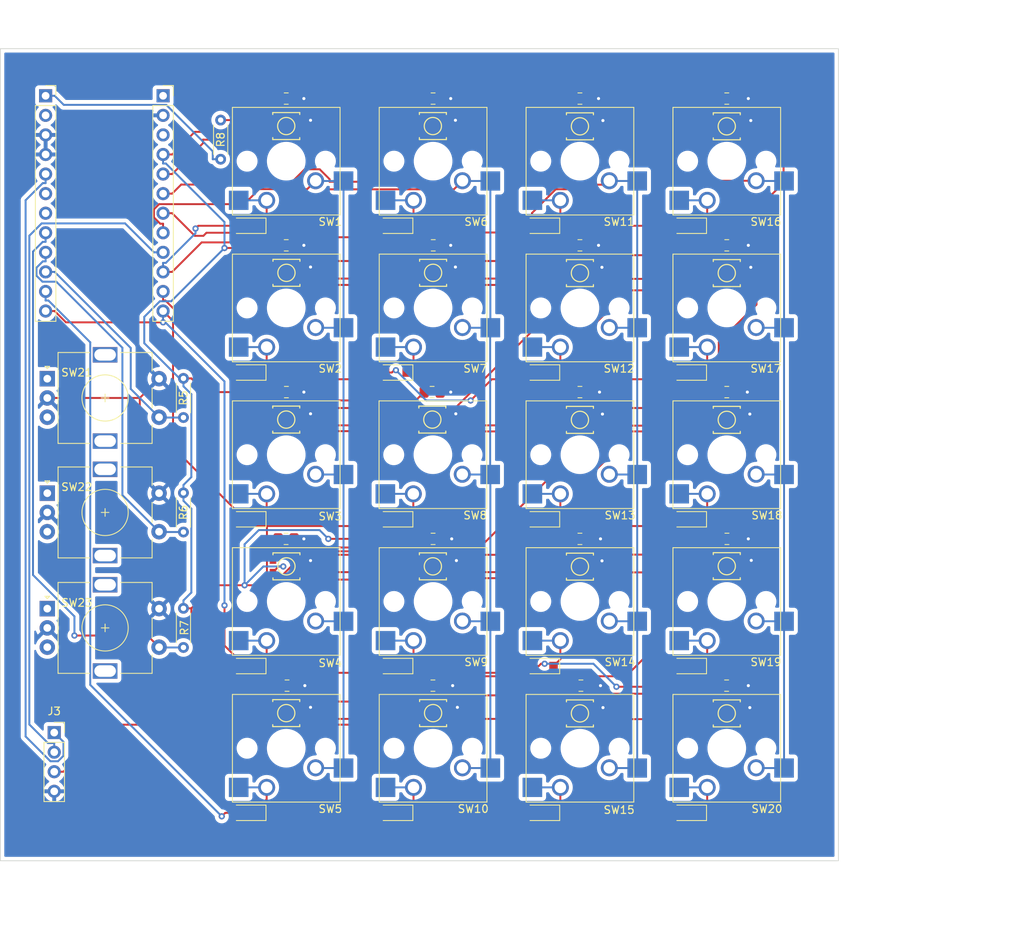
<source format=kicad_pcb>
(kicad_pcb (version 20211014) (generator pcbnew)
  (title_block (title "Halo-Halo Numpad") (date "2022-01-30") (rev "1") (comment 1 "Designed by Joseph Gozum") (comment 2 "Black PCB") (comment 3 "3x1 Rotary Encoder Switch Matrix") (comment 4 "4x5 MX Switch Matrix"))
  (layers (0 "F.Cu" signal) (31 "B.Cu" signal) (34 "B.Paste" user) (35 "F.Paste" user) (36 "B.SilkS" user "B.Silkscreen") (37 "F.SilkS" user "F.Silkscreen") (38 "B.Mask" user) (39 "F.Mask" user) (44 "Edge.Cuts" user))
  (net 0 "")
  (net 1 "VCC")
  (net 2 "Net-(D1-Pad2)")
  (net 3 "LED_DIN")
  (net 4 "Net-(D2-Pad2)")
  (net 5 "Net-(D16-Pad2)")
  (net 6 "Net-(D17-Pad2)")
  (net 7 "Net-(D3-Pad2)")
  (net 8 "Net-(D4-Pad2)")
  (net 9 "Net-(D18-Pad2)")
  (net 10 "Net-(D10-Pad4)")
  (net 11 "Net-(D19-Pad2)")
  (net 12 "Net-(D11-Pad4)")
  (net 13 "Net-(D12-Pad4)")
  (net 14 "Net-(D13-Pad4)")
  (net 15 "Net-(D10-Pad2)")
  (net 16 "Net-(D14-Pad4)")
  (net 17 "Net-(D11-Pad2)")
  (net 18 "Net-(D13-Pad2)")
  (net 19 "Net-(D12-Pad2)")
  (net 20 "Net-(D15-Pad2)")
  (net 21 "Net-(D14-Pad2)")
  (net 23 "R1")
  (net 24 "R2")
  (net 25 "R3")
  (net 26 "R4")
  (net 27 "C2")
  (net 28 "C1")
  (net 29 "C3")
  (net 30 "C4")
  (net 31 "Net-(D21-Pad1)")
  (net 32 "Net-(D22-Pad1)")
  (net 33 "Net-(D23-Pad1)")
  (net 34 "Net-(D24-Pad1)")
  (net 35 "Net-(D25-Pad1)")
  (net 36 "Net-(D26-Pad1)")
  (net 37 "Net-(D27-Pad1)")
  (net 38 "Net-(D28-Pad1)")
  (net 39 "Net-(D29-Pad1)")
  (net 40 "Net-(D30-Pad1)")
  (net 41 "Net-(D31-Pad1)")
  (net 42 "Net-(D32-Pad1)")
  (net 43 "Net-(D33-Pad1)")
  (net 44 "Net-(D34-Pad1)")
  (net 45 "Net-(D35-Pad1)")
  (net 46 "Net-(D36-Pad1)")
  (net 47 "Net-(D37-Pad1)")
  (net 48 "Net-(D38-Pad1)")
  (net 49 "Net-(D39-Pad1)")
  (net 50 "Net-(D40-Pad1)")
  (net 51 "RotSW_R1")
  (net 52 "RotSW_R2")
  (net 53 "RotSW_R3")
  (net 54 "Net-(D1-Pad4)")
  (net 56 "RotSW1_OutB")
  (net 57 "GND")
  (net 58 "RotSW1_OutA")
  (net 59 "RotSW2_OutB")
  (net 60 "RotSW2_OutA")
  (net 61 "RotSW3_OutB")
  (net 62 "RotSW3_OutA")
  (net 63 "R5")
  (net 64 "SDA")
  (net 67 "SCL")
  (net 69 "RST")
  (footprint "Neopixels:SK6812Mini" (layer "F.Cu") (at 141.835 58.007 180)
    (fp_text reference "D6")
    (fp_text value "SK6218Mini" hide)
  )
  (footprint "Rotary_Encoder:RotaryEncoder_Alps_EC11E-Switch_Vertical_H20mm" (layer "F.Cu") (at 92.064 117.896)
    (fp_text reference "SW23")
    (fp_text value "RotaryEncoder_Switch")
  )
  (footprint "Neopixels:SK6812Mini" (layer "F.Cu") (at 122.841 77.057 180)
    (fp_text reference "D2")
    (fp_text value "SK6218Mini" hide)
  )
  (footprint "Resistor_THT:R_Axial_DIN0204_L3.6mm_D1.6mm_P5.08mm_Horizontal" (layer "F.Cu") (at 109.728 107.95 90)
    (fp_text reference "R6")
    (fp_text value "4.7k" hide)
  )
  (footprint "MX_Keyswitch_KailhHotSwap:SW_Cherry_MX_1.00u_PCB" (layer "F.Cu") (at 139.573 141.097 180)
    (fp_text reference "SW10")
    (fp_text value "SW_SPST")
  )
  (footprint "MX_Keyswitch_KailhHotSwap:SW_Cherry_MX_1.00u_PCB" (layer "F.Cu") (at 158.623 64.897 180)
    (fp_text reference "SW11")
    (fp_text value "SW_SPST")
  )
  (footprint "Neopixels:SK6812Mini" (layer "F.Cu") (at 160.913 77.0925 180)
    (fp_text reference "D12")
    (fp_text value "SK6218Mini" hide)
  )
  (footprint "Connector_PinSocket_2.54mm:PinSocket_1x04_P2.54mm_Vertical" (layer "F.Cu") (at 92.964 133.985)
    (fp_text reference "J3")
    (fp_text value "Conn_01x04_Female")
  )
  (footprint "Neopixels:SK6812Mini" (layer "F.Cu") (at 122.813 134.207 180)
    (fp_text reference "D5")
    (fp_text value "SK6218Mini" hide)
  )
  (footprint "Capacitor_SMD:C_0805_2012Metric_Pad1.18x1.45mm_HandSolder" (layer "F.Cu") (at 180.213 70.739)
    (fp_text reference "C17" hide)
    (fp_text value "C" hide)
  )
  (footprint "Neopixels:SK6812Mini" (layer "F.Cu") (at 179.963 134.2425 180)
    (fp_text reference "D20")
    (fp_text value "SK6218Mini" hide)
  )
  (footprint "Capacitor_SMD:C_0805_2012Metric_Pad1.18x1.45mm_HandSolder" (layer "F.Cu") (at 180.1915 127.889)
    (fp_text reference "C20" hide)
    (fp_text value "C" hide)
  )
  (footprint "Diode_SMD:D_SOD-123F" (layer "F.Cu") (at 175.387 68.199 180)
    (fp_text reference "D36")
    (fp_text value "D" hide)
  )
  (footprint "Diode_SMD:D_SOD-123F" (layer "F.Cu") (at 156.337 87.249 180)
    (fp_text reference "D32")
    (fp_text value "D" hide)
  )
  (footprint "Diode_SMD:D_SOD-123F" (layer "F.Cu") (at 118.237 144.399 180)
    (fp_text reference "D25")
    (fp_text value "D" hide)
  )
  (footprint "MX_Keyswitch_KailhHotSwap:SW_Cherry_MX_1.00u_PCB" (layer "F.Cu") (at 139.573 83.947 180)
    (fp_text reference "SW7")
    (fp_text value "SW_SPST")
  )
  (footprint "Diode_SMD:D_SOD-123F" (layer "F.Cu") (at 175.387 125.349 180)
    (fp_text reference "D39")
    (fp_text value "D" hide)
  )
  (footprint "Capacitor_SMD:C_0805_2012Metric_Pad1.18x1.45mm_HandSolder" (layer "F.Cu") (at 142.113 51.689)
    (fp_text reference "C6" hide)
    (fp_text value "C" hide)
  )
  (footprint "Diode_SMD:D_SOD-123F" (layer "F.Cu") (at 118.237 106.299 180)
    (fp_text reference "D23")
    (fp_text value "D" hide)
  )
  (footprint "MX_Keyswitch_KailhHotSwap:SW_Cherry_MX_1.00u_PCB" (layer "F.Cu") (at 120.523 141.097 180)
    (fp_text reference "SW5")
    (fp_text value "SW_SPST")
  )
  (footprint "MX_Keyswitch_KailhHotSwap:SW_Cherry_MX_1.00u_PCB" (layer "F.Cu") (at 139.573 64.897 180)
    (fp_text reference "SW6")
    (fp_text value "SW_SPST")
  )
  (footprint "Diode_SMD:D_SOD-123F" (layer "F.Cu") (at 156.337 68.199 180)
    (fp_text reference "D31")
    (fp_text value "D" hide)
  )
  (footprint "Diode_SMD:D_SOD-123F" (layer "F.Cu") (at 137.287 125.349 180)
    (fp_text reference "D29")
    (fp_text value "D" hide)
  )
  (footprint "Capacitor_SMD:C_0805_2012Metric_Pad1.18x1.45mm_HandSolder" (layer "F.Cu") (at 161.163 51.689)
    (fp_text reference "C11" hide)
    (fp_text value "C" hide)
  )
  (footprint "MX_Keyswitch_KailhHotSwap:SW_Cherry_MX_1.00u_PCB" (layer "F.Cu") (at 120.523 122.047 180)
    (fp_text reference "SW4")
    (fp_text value "SW_SPST")
  )
  (footprint "Neopixels:SK6812Mini" (layer "F.Cu") (at 179.963 58.0425 180)
    (fp_text reference "D16")
    (fp_text value "SK6218Mini" hide)
  )
  (footprint "MX_Keyswitch_KailhHotSwap:SW_Cherry_MX_1.00u_PCB" (layer "F.Cu") (at 120.523 83.947 180)
    (fp_text reference "SW2")
    (fp_text value "SW_SPST")
  )
  (footprint "Neopixels:SK6812Mini" (layer "F.Cu") (at 122.841 115.157 180)
    (fp_text reference "D4")
    (fp_text value "SK6218Mini" hide)
  )
  (footprint "Diode_SMD:D_SOD-123F" (layer "F.Cu") (at 118.237 125.349 180)
    (fp_text reference "D24")
    (fp_text value "D" hide)
  )
  (footprint "MX_Keyswitch_KailhHotSwap:SW_Cherry_MX_1.00u_PCB" (layer "F.Cu") (at 158.623 102.997 180)
    (fp_text reference "SW13")
    (fp_text value "SW_SPST")
  )
  (footprint "Capacitor_SMD:C_0805_2012Metric_Pad1.18x1.45mm_HandSolder" (layer "F.Cu") (at 123.1685 127.889)
    (fp_text reference "C5" hide)
    (fp_text value "C" hide)
  )
  (footprint "MX_Keyswitch_KailhHotSwap:SW_Cherry_MX_1.00u_PCB" (layer "F.Cu") (at 177.673 141.097 180)
    (fp_text reference "SW20")
    (fp_text value "SW_SPST")
  )
  (footprint "Neopixels:SK6812Mini" (layer "F.Cu") (at 122.813 58.007 180)
    (fp_text reference "D1")
    (fp_text value "SK6218Mini" hide)
  )
  (footprint "MX_Keyswitch_KailhHotSwap:SW_Cherry_MX_1.00u_PCB" (layer "F.Cu") (at 139.573 122.047 180)
    (fp_text reference "SW9")
    (fp_text value "SW_SPST")
  )
  (footprint "MX_Keyswitch_KailhHotSwap:SW_Cherry_MX_1.00u_PCB" (layer "F.Cu") (at 177.673 64.897 180)
    (fp_text reference "SW16")
    (fp_text value "SW_SPST")
  )
  (footprint "Capacitor_SMD:C_0805_2012Metric_Pad1.18x1.45mm_HandSolder" (layer "F.Cu") (at 142.0915 127.889)
    (fp_text reference "C10" hide)
    (fp_text value "C" hide)
  )
  (footprint "MX_Keyswitch_KailhHotSwap:SW_Cherry_MX_1.00u_PCB" (layer "F.Cu") (at 139.549 102.997 180)
    (fp_text reference "SW8")
    (fp_text value "SW_SPST")
  )
  (footprint "Rotary_Encoder:RotaryEncoder_Alps_EC11E-Switch_Vertical_H20mm" (layer "F.Cu") (at 92.064 102.91)
    (fp_text reference "SW22")
    (fp_text value "RotaryEncoder_Switch")
  )
  (footprint "Neopixels:SK6812Mini" (layer "F.Cu") (at 160.913 134.2425 180)
    (fp_text reference "D15")
    (fp_text value "SK6218Mini" hide)
  )
  (footprint "MX_Keyswitch_KailhHotSwap:SW_Cherry_MX_1.00u_PCB" (layer "F.Cu") (at 177.673 83.947 180)
    (fp_text reference "SW17")
    (fp_text value "SW_SPST")
  )
  (footprint "Neopixels:SK6812Mini" (layer "F.Cu") (at 179.963 115.133 180)
    (fp_text reference "D19")
    (fp_text value "SK6218Mini" hide)
  )
  (footprint "Rotary_Encoder:RotaryEncoder_Alps_EC11E-Switch_Vertical_H20mm" (layer "F.Cu") (at 92.064 88.051)
    (fp_text reference "SW21")
    (fp_text value "RotaryEncoder_Switch")
  )
  (footprint "MX_Keyswitch_KailhHotSwap:SW_Cherry_MX_1.00u_PCB" (layer "F.Cu") (at 158.623 122.047 180)
    (fp_text reference "SW14")
    (fp_text value "SW_SPST")
  )
  (footprint "MX_Keyswitch_KailhHotSwap:SW_Cherry_MX_1.00u_PCB" (layer "F.Cu") (at 120.523 64.897 180)
    (fp_text reference "SW1")
    (fp_text value "SW_SPST")
  )
  (footprint "Diode_SMD:D_SOD-123F" (layer "F.Cu") (at 156.337 144.399 180)
    (fp_text reference "D35")
    (fp_text value "D" hide)
  )
  (footprint "MX_Keyswitch_KailhHotSwap:SW_Cherry_MX_1.00u_PCB" (layer "F.Cu") (at 177.673 102.997 180)
    (fp_text reference "SW18")
    (fp_text value "SW_SPST")
  )
  (footprint "Neopixels:SK6812Mini" (layer "F.Cu") (at 160.913 115.1925 180)
    (fp_text reference "D14")
    (fp_text value "SK6218Mini" hide)
  )
  (footprint "Diode_SMD:D_SOD-123F" (layer "F.Cu") (at 137.287 144.399 180)
    (fp_text reference "D30")
    (fp_text value "D" hide)
  )
  (footprint "Capacitor_SMD:C_0805_2012Metric_Pad1.18x1.45mm_HandSolder" (layer "F.Cu") (at 123.0415 108.839)
    (fp_text reference "C4" hide)
    (fp_text value "C" hide)
  )
  (footprint "Capacitor_SMD:C_0805_2012Metric_Pad1.18x1.45mm_HandSolder" (layer "F.Cu") (at 180.2345 108.839)
    (fp_text reference "C19" hide)
    (fp_text value "C" hide)
  )
  (footprint "Diode_SMD:D_SOD-123F" (layer "F.Cu") (at 137.284 68.199 180)
    (fp_text reference "D26")
    (fp_text value "D" hide)
  )
  (footprint "Capacitor_SMD:C_0805_2012Metric_Pad1.18x1.45mm_HandSolder" (layer "F.Cu") (at 141.986 89.789)
    (fp_text reference "C8" hide)
    (fp_text value "C" hide)
  )
  (footprint "Diode_SMD:D_SOD-123F" (layer "F.Cu") (at 156.337 106.299 180)
    (fp_text reference "D33")
    (fp_text value "D" hide)
  )
  (footprint "Diode_SMD:D_SOD-123F" (layer "F.Cu") (at 118.237 87.249 180)
    (fp_text reference "D22")
    (fp_text value "D" hide)
  )
  (footprint "Capacitor_SMD:C_0805_2012Metric_Pad1.18x1.45mm_HandSolder" (layer "F.Cu") (at 180.213 51.689)
    (fp_text reference "C16" hide)
    (fp_text value "C" hide)
  )
  (footprint "Capacitor_SMD:C_0805_2012Metric_Pad1.18x1.45mm_HandSolder" (layer "F.Cu") (at 123.063 70.739)
    (fp_text reference "C2" hide)
    (fp_text value "C" hide)
  )
  (footprint "Diode_SMD:D_SOD-123F" (layer "F.Cu") (at 137.287 106.299 180)
    (fp_text reference "D28")
    (fp_text value "D" hide)
  )
  (footprint "Capacitor_SMD:C_0805_2012Metric_Pad1.18x1.45mm_HandSolder" (layer "F.Cu") (at 180.213 89.789)
    (fp_text reference "C18" hide)
    (fp_text value "C" hide)
  )
  (footprint "Capacitor_SMD:C_0805_2012Metric_Pad1.18x1.45mm_HandSolder" (layer "F.Cu") (at 161.163 108.839)
    (fp_text reference "C14" hide)
    (fp_text value "C" hide)
  )
  (footprint "Resistor_THT:R_Axial_DIN0204_L3.6mm_D1.6mm_P5.08mm_Horizontal" (layer "F.Cu") (at 109.728 122.936 90)
    (fp_text reference "R7")
    (fp_text value "4.7k" hide)
  )
  (footprint "Diode_SMD:D_SOD-123F" (layer "F.Cu") (at 175.387 106.299 180)
    (fp_text reference "D38")
    (fp_text value "D" hide)
  )
  (footprint "Neopixels:SK6812Mini" (layer "F.Cu") (at 141.863 134.207 180)
    (fp_text reference "D10")
    (fp_text value "SK6218Mini" hide)
  )
  (footprint "MX_Keyswitch_KailhHotSwap:SW_Cherry_MX_1.00u_PCB" (layer "F.Cu") (at 158.623 141.097 180)
    (fp_text reference "SW15")
    (fp_text value "SW_SPST")
  )
  (footprint "Diode_SMD:D_SOD-123F" (layer "F.Cu") (at 175.387 87.249 180)
    (fp_text reference "D37")
    (fp_text value "D" hide)
  )
  (footprint "Capacitor_SMD:C_0805_2012Metric_Pad1.18x1.45mm_HandSolder" (layer "F.Cu") (at 161.163 89.789)
    (fp_text reference "C13" hide)
    (fp_text value "C" hide)
  )
  (footprint "Neopixels:SK6812Mini" (layer "F.Cu") (at 179.963 77.0925 180)
    (fp_text reference "D17")
    (fp_text value "SK6218Mini" hide)
  )
  (footprint "Diode_SMD:D_SOD-123F" (layer "F.Cu") (at 156.337 125.349 180)
    (fp_text reference "D34")
    (fp_text value "D" hide)
  )
  (footprint "Connector_PinSocket_2.54mm:PinSocket_1x12_P2.54mm_Vertical" (layer "F.Cu") (at 91.846 51.328)
    (fp_text reference "J1")
    (fp_text value "Conn_01x12_Female")
  )
  (footprint "Neopixels:SK6812Mini" (layer "F.Cu") (at 141.835 115.157 180)
    (fp_text reference "D9")
    (fp_text value "SK6218Mini" hide)
  )
  (footprint "Diode_SMD:D_SOD-123F" (layer "F.Cu") (at 175.387 144.399 180)
    (fp_text reference "D40")
    (fp_text value "D" hide)
  )
  (footprint "Capacitor_SMD:C_0805_2012Metric_Pad1.18x1.45mm_HandSolder" (layer "F.Cu") (at 142.113 108.839)
    (fp_text reference "C9" hide)
    (fp_text value "C" hide)
  )
  (footprint "Neopixels:SK6812Mini" (layer "F.Cu") (at 179.963 96.1425 180)
    (fp_text reference "D18")
    (fp_text value "SK6218Mini" hide)
  )
  (footprint "Capacitor_SMD:C_0805_2012Metric_Pad1.18x1.45mm_HandSolder" (layer "F.Cu") (at 142.1345 70.739)
    (fp_text reference "C7" hide)
    (fp_text value "C" hide)
  )
  (footprint "Neopixels:SK6812Mini" (layer "F.Cu") (at 141.764 96.107 180)
    (fp_text reference "D8")
    (fp_text value "SK6218Mini" hide)
  )
  (footprint "MX_Keyswitch_KailhHotSwap:SW_Cherry_MX_1.00u_PCB" (layer "F.Cu") (at 158.623 83.947 180)
    (fp_text reference "SW12")
    (fp_text value "SW_SPST")
  )
  (footprint "Resistor_THT:R_Axial_DIN0204_L3.6mm_D1.6mm_P5.08mm_Horizontal" (layer "F.Cu") (at 109.728 93.091 90)
    (fp_text reference "R5")
    (fp_text value "4.7k" hide)
  )
  (footprint "MX_Keyswitch_KailhHotSwap:SW_Cherry_MX_1.00u_PCB" (layer "F.Cu") (at 177.673 122.047 180)
    (fp_text reference "SW19")
    (fp_text value "SW_SPST")
  )
  (footprint "Diode_SMD:D_SOD-123F" (layer "F.Cu") (at 118.237 68.199 180)
    (fp_text reference "D21")
    (fp_text value "D" hide)
  )
  (footprint "Resistor_THT:R_Axial_DIN0204_L3.6mm_D1.6mm_P5.08mm_Horizontal" (layer "F.Cu") (at 114.554 54.483 -90)
    (fp_text reference "R8")
    (fp_text value "470" hide)
  )
  (footprint "Capacitor_SMD:C_0805_2012Metric_Pad1.18x1.45mm_HandSolder" (layer "F.Cu") (at 123.063 51.689)
    (fp_text reference "C1" hide)
    (fp_text value "C" hide)
  )
  (footprint "Neopixels:SK6812Mini" (layer "F.Cu") (at 160.913 58.0425 180)
    (fp_text reference "D11")
    (fp_text value "SK6218Mini" hide)
  )
  (footprint "Capacitor_SMD:C_0805_2012Metric_Pad1.18x1.45mm_HandSolder" (layer "F.Cu") (at 123.0845 89.789)
    (fp_text reference "C3" hide)
    (fp_text value "C" hide)
  )
  (footprint "Neopixels:SK6812Mini" (layer "F.Cu") (at 122.813 96.107 180)
    (fp_text reference "D3")
    (fp_text value "SK6218Mini" hide)
  )
  (footprint "Neopixels:SK6812Mini" (layer "F.Cu") (at 160.913 96.1425 180)
    (fp_text reference "D13")
    (fp_text value "SK6218Mini" hide)
  )
  (footprint "MX_Keyswitch_KailhHotSwap:SW_Cherry_MX_1.00u_PCB" (layer "F.Cu") (at 120.523 102.997 180)
    (fp_text reference "SW3")
    (fp_text value "SW_SPST")
  )
  (footprint "Neopixels:SK6812Mini" (layer "F.Cu") (at 141.863 77.057 180)
    (fp_text reference "D7")
    (fp_text value "SK6218Mini" hide)
  )
  (footprint "Capacitor_SMD:C_0805_2012Metric_Pad1.18x1.45mm_HandSolder" (layer "F.Cu") (at 161.163 70.739)
    (fp_text reference "C12" hide)
    (fp_text value "C" hide)
  )
  (footprint "Connector_PinSocket_2.54mm:PinSocket_1x12_P2.54mm_Vertical" (layer "F.Cu") (at 107.086 51.328)
    (fp_text reference "J2")
    (fp_text value "Conn_01x12_Female")
  )
  (footprint "Capacitor_SMD:C_0805_2012Metric_Pad1.18x1.45mm_HandSolder" (layer "F.Cu") (at 161.29 127.889)
    (fp_text reference "C15" hide)
    (fp_text value "C" hide)
  )
  (footprint "Diode_SMD:D_SOD-123F" (layer "F.Cu") (at 137.287 87.249 180)
    (fp_text reference "D27")
    (fp_text value "D" hide)
  )
  (gr_rect (start 85.979 150.622) (end 194.691 45.212) (layer "Edge.Cuts") (width 0.1) (fill none))
  (segment (start 160.252 129.099) (end 160.252 128.94) (width 0.25) (layer "F.Cu") (net 1))
  (segment (start 140.335 113.907) (end 140.37 113.943) (width 0.25) (layer "F.Cu") (net 1))
  (segment (start 121.313 56.007) (end 122.09 55.2301) (width 0.25) (layer "F.Cu") (net 1))
  (segment (start 122.154 72.7778) (end 141.097 72.7778) (width 0.25) (layer "F.Cu") (net 1))
  (segment (start 159.413 75.0925) (end 160.181 74.3245) (width 0.25) (layer "F.Cu") (net 1))
  (segment (start 121.103 114.863) (end 121.569 114.397) (width 0.25) (layer "F.Cu") (net 1))
  (segment (start 179.1755 51.689) (end 179.176 51.689) (width 0.25) (layer "F.Cu") (net 1))
  (segment (start 160.126 89.789) (end 160.168 89.8319) (width 0.25) (layer "F.Cu") (net 1))
  (segment (start 160.181 108.894) (end 160.126 108.839) (width 0.25) (layer "F.Cu") (net 1))
  (segment (start 160.126 51.689) (end 160.168 51.7319) (width 0.25) (layer "F.Cu") (net 1))
  (segment (start 141.097 70.739) (end 141.097 72.7778) (width 0.25) (layer "F.Cu") (net 1))
  (segment (start 160.168 89.8319) (end 160.168 91.8544) (width 0.25) (layer "F.Cu") (net 1))
  (segment (start 122.09 51.7534) (end 122.026 51.689) (width 0.25) (layer "F.Cu") (net 1))
  (segment (start 139.863 90.8743) (end 140.948 89.789) (width 0.25) (layer "F.Cu") (net 1))
  (segment (start 178.103 128.94) (end 160.252 128.94) (width 0.25) (layer "F.Cu") (net 1))
  (segment (start 123.124 109.959) (end 139.955 109.959) (width 0.25) (layer "F.Cu") (net 1))
  (segment (start 141.0755 51.689) (end 141.076 51.689) (width 0.25) (layer "F.Cu") (net 1))
  (segment (start 94.1393 139.065) (end 100.2473 132.957) (width 0.25) (layer "F.Cu") (net 1))
  (segment (start 141.054 127.889) (end 141.118 127.953) (width 0.25) (layer "F.Cu") (net 1))
  (segment (start 107.086 58.948) (end 108.261 58.948) (width 0.25) (layer "F.Cu") (net 1))
  (segment (start 179.218 93.3871) (end 179.218 91.8973) (width 0.25) (layer "F.Cu") (net 1))
  (segment (start 160.168 52.7736) (end 160.168 55.2871) (width 0.25) (layer "F.Cu") (net 1))
  (segment (start 179.235 70.7981) (end 179.235 72.7924) (width 0.25) (layer "F.Cu") (net 1))
  (segment (start 112.531 89.789) (end 122.047 89.789) (width 0.25) (layer "F.Cu") (net 1))
  (segment (start 160.1255 89.789) (end 160.126 89.789) (width 0.25) (layer "F.Cu") (net 1))
  (segment (start 122.004 108.839) (end 123.124 109.959) (width 0.25) (layer "F.Cu") (net 1))
  (segment (start 179.267 112.329) (end 179.267 110.952) (width 0.25) (layer "F.Cu") (net 1))
  (segment (start 179.262 130.1) (end 178.103 128.94) (width 0.25) (layer "F.Cu") (net 1))
  (segment (start 122.09 52.7736) (end 122.09 51.7534) (width 0.25) (layer "F.Cu") (net 1))
  (segment (start 120.558 91.9566) (end 120.558 93.3516) (width 0.25) (layer "F.Cu") (net 1))
  (segment (start 109.728 117.856) (end 110.753 117.856) (width 0.25) (layer "F.Cu") (net 1))
  (segment (start 159.413 113.568) (end 159.413 113.943) (width 0.25) (layer "F.Cu") (net 1))
  (segment (start 122.047 89.789) (end 122.047 90.8743) (width 0.25) (layer "F.Cu") (net 1))
  (segment (start 184.068 73.2402) (end 183.62 72.7924) (width 0.25) (layer "F.Cu") (net 1))
  (segment (start 184.068 78.4298) (end 184.068 73.2402) (width 0.25) (layer "F.Cu") (net 1))
  (segment (start 160.126 72.7778) (end 141.118 72.7778) (width 0.25) (layer "F.Cu") (net 1))
  (segment (start 159.413 132.242) (end 160.2 131.456) (width 0.25) (layer "F.Cu") (net 1))
  (segment (start 160.2 129.152) (end 160.252 129.099) (width 0.25) (layer "F.Cu") (net 1))
  (segment (start 122.0255 51.689) (end 122.026 51.689) (width 0.25) (layer "F.Cu") (net 1))
  (segment (start 92.964 139.065) (end 94.1393 139.065) (width 0.25) (layer "F.Cu") (net 1))
  (segment (start 159.413 113.192) (end 159.413 113.1925) (width 0.25) (layer "F.Cu") (net 1))
  (segment (start 122.0255 70.739) (end 122.026 70.739) (width 0.25) (layer "F.Cu") (net 1))
  (segment (start 160.1255 108.839) (end 160.126 108.839) (width 0.25) (layer "F.Cu") (net 1))
  (segment (start 179.1755 89.789) (end 179.1755 91.8544) (width 0.25) (layer "F.Cu") (net 1))
  (segment (start 141.09 55.2516) (end 141.09 52.7736) (width 0.25) (layer "F.Cu") (net 1))
  (segment (start 179.235 74.3209) (end 178.463 75.0925) (width 0.25) (layer "F.Cu") (net 1))
  (segment (start 120.514 131.408) (end 120.514 129.506) (width 0.25) (layer "F.Cu") (net 1))
  (segment (start 179.1755 70.739) (end 179.176 70.739) (width 0.25) (layer "F.Cu") (net 1))
  (segment (start 160.181 72.8333) (end 160.126 72.7778) (width 0.25) (layer "F.Cu") (net 1))
  (segment (start 141.118 129.152) (end 160.2 129.152) (width 0.25) (layer "F.Cu") (net 1))
  (segment (start 140.264 94.107) (end 140.264 94.8573) (width 0.25) (layer "F.Cu") (net 1))
  (segment (start 122.674 112.422) (end 122.076 112.422) (width 0.25) (layer "F.Cu") (net 1))
  (segment (start 122.09 52.7736) (end 141.076 52.7736) (width 0.25) (layer "F.Cu") (net 1))
  (segment (start 141.118 127.953) (end 141.118 129.152) (width 0.25) (layer "F.Cu") (net 1))
  (segment (start 110.753 88.011) (end 112.531 89.789) (width 0.25) (layer "F.Cu") (net 1))
  (segment (start 159.413 113.568) (end 160.181 112.8) (width 0.25) (layer "F.Cu") (net 1))
  (segment (start 140.363 132.957) (end 140.363 132.207) (width 0.25) (layer "F.Cu") (net 1))
  (segment (start 122.154 74.2437) (end 122.154 72.7778) (width 0.25) (layer "F.Cu") (net 1))
  (segment (start 141.118 131.452) (end 140.363 132.207) (width 0.25) (layer "F.Cu") (net 1))
  (segment (start 122.09 55.2301) (end 122.09 52.7736) (width 0.25) (layer "F.Cu") (net 1))
  (segment (start 160.181 74.3245) (end 160.181 72.8333) (width 0.25) (layer "F.Cu") (net 1))
  (segment (start 141.118 74.3016) (end 140.363 75.057) (width 0.25) (layer "F.Cu") (net 1))
  (segment (start 141.076 52.7736) (end 141.076 51.689) (width 0.25) (layer "F.Cu") (net 1))
  (segment (start 110.753 117.856) (end 113.746 114.863) (width 0.25) (layer "F.Cu") (net 1))
  (segment (start 141.118 129.152) (end 141.118 131.452) (width 0.25) (layer "F.Cu") (net 1))
  (segment (start 109.728 88.011) (end 110.753 88.011) (width 0.25) (layer "F.Cu") (net 1))
  (segment (start 179.1755 91.8544) (end 160.168 91.8544) (width 0.25) (layer "F.Cu") (net 1))
  (segment (start 160.168 52.7604) (end 178.104 52.7604) (width 0.25) (layer "F.Cu") (net 1))
  (segment (start 160.168 52.7604) (end 160.168 52.7736) (width 0.25) (layer "F.Cu") (net 1))
  (segment (start 122.047 90.8743) (end 139.863 90.8743) (width 0.25) (layer "F.Cu") (net 1))
  (segment (start 121.313 132.207) (end 120.514 131.408) (width 0.25) (layer "F.Cu") (net 1))
  (segment (start 122.633 114.124) (end 140.189 114.124) (width 0.25) (layer "F.Cu") (net 1))
  (segment (start 179.176 70.739) (end 179.235 70.7981) (width 0.25) (layer "F.Cu") (net 1))
  (segment (start 121.313 132.957) (end 140.363 132.957) (width 0.25) (layer "F.Cu") (net 1))
  (segment (start 160.168 55.2871) (end 159.413 56.0425) (width 0.25) (layer "F.Cu") (net 1))
  (segment (start 122.131 127.889) (end 117.813 127.889) (width 0.25) (layer "F.Cu") (net 1))
  (segment (start 141.076 52.7736) (end 141.09 52.7736) (width 0.25) (layer "F.Cu") (net 1))
  (segment (start 159.413 113.943) (end 140.37 113.943) (width 0.25) (layer "F.Cu") (net 1))
  (segment (start 141.076 108.839) (end 141.0755 108.839) (width 0.25) (layer "F.Cu") (net 1))
  (segment (start 160.1255 51.689) (end 160.126 51.689) (width 0.25) (layer "F.Cu") (net 1))
  (segment (start 179.176 91.8544) (end 179.176 83.3223) (width 0.25) (layer "F.Cu") (net 1))
  (segment (start 113.746 114.863) (end 117.658 114.863) (width 0.25) (layer "F.Cu") (net 1))
  (segment (start 141.0755 108.839) (end 128.524 108.839) (width 0.25) (layer "F.Cu") (net 1))
  (segment (start 160.252 128.94) (end 160.252 127.889) (width 0.25) (layer "F.Cu") (net 1))
  (segment (start 179.262 131.444) (end 179.262 130.1) (width 0.25) (layer "F.Cu") (net 1))
  (segment (start 179.197 110.881) (end 179.197 108.839) (width 0.25) (layer "F.Cu") (net 1))
  (segment (start 141.097 72.7778) (end 141.118 72.7778) (width 0.25) (layer "F.Cu") (net 1))
  (segment (start 183.62 72.7924) (end 179.235 72.7924) (width 0.25) (layer "F.Cu") (net 1))
  (segment (start 117.813 127.889) (end 110.753 120.83) (width 0.25) (layer "F.Cu") (net 1))
  (segment (start 179.197 110.881) (end 160.181 110.881) (width 0.25) (layer "F.Cu") (net 1))
  (segment (start 178.104 52.7604) (end 179.176 51.689) (width 0.25) (layer "F.Cu") (net 1))
  (segment (start 140.189 114.124) (end 140.37 113.943) (width 0.25) (layer "F.Cu") (net 1))
  (segment (start 160.168 51.7319) (end 160.168 52.7604) (width 0.25) (layer "F.Cu") (net 1))
  (segment (start 122.026 70.739) (end 122.154 70.8678) (width 0.25) (layer "F.Cu") (net 1))
  (segment (start 160.2 131.456) (end 160.2 129.152) (width 0.25) (layer "F.Cu") (net 1))
  (segment (start 122.047 90.8743) (end 121.64 90.8743) (width 0.25) (layer "F.Cu") (net 1))
  (segment (start 120.514 129.506) (end 122.131 127.889) (width 0.25) (layer "F.Cu") (net 1))
  (segment (start 179.267 110.952) (end 179.197 110.881) (width 0.25) (layer "F.Cu") (net 1))
  (segment (start 140.335 113.157) (end 140.335 113.907) (width 0.25) (layer "F.Cu") (net 1))
  (segment (start 141.09 52.7736) (end 160.168 52.7736) (width 0.25) (layer "F.Cu") (net 1))
  (segment (start 121.569 114.397) (end 122.36 114.397) (width 0.25) (layer "F.Cu") (net 1))
  (segment (start 160.168 91.8544) (end 160.168 93.3871) (width 0.25) (layer "F.Cu") (net 1))
  (segment (start 121.64 90.8743) (end 120.558 91.9566) (width 0.25) (layer "F.Cu") (net 1))
  (segment (start 179.235 72.7924) (end 179.235 74.3209) (width 0.25) (layer "F.Cu") (net 1))
  (segment (start 179.176 51.689) (end 179.231 51.7445) (width 0.25) (layer "F.Cu") (net 1))
  (segment (start 111.202 56.007) (end 121.313 56.007) (width 0.25) (layer "F.Cu") (net 1))
  (segment (start 159.413 94.8928) (end 140.3 94.8928) (width 0.25) (layer "F.Cu") (net 1))
  (segment (start 178.463 94.1425) (end 179.218 93.3871) (width 0.25) (layer "F.Cu") (net 1))
  (segment (start 179.231 55.2745) (end 178.463 56.0425) (width 0.25) (layer "F.Cu") (net 1))
  (segment (start 140.9485 89.789) (end 140.948 89.789) (width 0.25) (layer "F.Cu") (net 1))
  (segment (start 100.2473 132.957) (end 121.313 132.957) (width 0.25) (layer "F.Cu") (net 1))
  (segment (start 160.126 72.7778) (end 160.126 70.739) (width 0.25) (layer "F.Cu") (net 1))
  (segment (start 160.181 110.881) (end 160.181 108.894) (width 0.25) (layer "F.Cu") (net 1))
  (segment (start 159.413 132.2425) (end 159.413 132.242) (width 0.25) (layer "F.Cu") (net 1))
  (segment (start 159.413 94.1425) (end 159.413 94.8928) (width 0.25) (layer "F.Cu") (net 1))
  (segment (start 178.463 132.242) (end 179.262 131.444) (width 0.25) (layer "F.Cu") (net 1))
  (segment (start 121.313 94.107) (end 121.313 94.8573) (width 0.25) (layer "F.Cu") (net 1))
  (segment (start 108.261 58.948) (end 111.202 56.007) (width 0.25) (layer "F.Cu") (net 1))
  (segment (start 160.168 93.3871) (end 159.413 94.1425) (width 0.25) (layer "F.Cu") (net 1))
  (segment (start 140.3 94.8928) (end 140.264 94.8573) (width 0.25) (layer "F.Cu") (net 1))
  (segment (start 121.313 94.8573) (end 140.264 94.8573) (width 0.25) (layer "F.Cu") (net 1))
  (segment (start 178.463 113.133) (end 179.267 112.329) (width 0.25) (layer "F.Cu") (net 1))
  (segment (start 139.955 109.959) (end 141.076 108.839) (width 0.25) (layer "F.Cu") (net 1))
  (segment (start 117.658 114.863) (end 121.103 114.863) (width 0.25) (layer "F.Cu") (net 1))
  (segment (start 121.341 75.057) (end 122.154 74.2437) (width 0.25) (layer "F.Cu") (net 1))
  (segment (start 160.1255 70.739) (end 160.126 70.739) (width 0.25) (layer "F.Cu") (net 1))
  (segment (start 160.2525 127.889) (end 160.252 127.889) (width 0.25) (layer "F.Cu") (net 1))
  (segment (start 122.076 112.422) (end 121.341 113.157) (width 0.25) (layer "F.Cu") (net 1))
  (segment (start 120.558 93.3516) (end 121.313 94.107) (width 0.25) (layer "F.Cu") (net 1))
  (segment (start 179.231 51.7445) (end 179.231 55.2745) (width 0.25) (layer "F.Cu") (net 1))
  (segment (start 115.052 71.085) (end 121.68 71.085) (width 0.25) (layer "F.Cu") (net 1))
  (segment (start 159.413 113.1925) (end 159.413 113.568) (width 0.25) (layer "F.Cu") (net 1))
  (segment (start 121.68 71.085) (end 122.026 70.739) (width 0.25) (layer "F.Cu") (net 1))
  (segment (start 179.154 127.889) (end 178.103 128.94) (width 0.25) (layer "F.Cu") (net 1))
  (segment (start 179.176 91.8544) (end 179.1755 91.8544) (width 0.25) (layer "F.Cu") (net 1))
  (segment (start 160.181 112.8) (end 160.181 110.881) (width 0.25) (layer "F.Cu") (net 1))
  (segment (start 122.154 70.8678) (end 122.154 72.7778) (width 0.25) (layer "F.Cu") (net 1))
  (segment (start 110.753 120.83) (end 110.753 117.856) (width 0.25) (layer "F.Cu") (net 1))
  (segment (start 140.335 56.007) (end 141.09 55.2516) (width 0.25) (layer "F.Cu") (net 1))
  (segment (start 122.36 114.397) (end 122.633 114.124) (width 0.25) (layer "F.Cu") (net 1))
  (segment (start 121.313 132.207) (end 121.313 132.957) (width 0.25) (layer "F.Cu") (net 1))
  (segment (start 141.118 72.7778) (end 141.118 74.3016) (width 0.25) (layer "F.Cu") (net 1))
  (segment (start 178.463 132.2425) (end 178.463 132.242) (width 0.25) (layer "F.Cu") (net 1))
  (segment (start 179.176 83.3223) (end 184.068 78.4298) (width 0.25) (layer "F.Cu") (net 1))
  (segment (start 179.218 91.8973) (end 179.176 91.8544) (width 0.25) (layer "F.Cu") (net 1))
  (via (at 122.674 112.422) (size 0.8) (drill 0.4) (layers "F.Cu" "B.Cu") (net 1))
  (via (at 115.052 71.085) (size 0.8) (drill 0.4) (layers "F.Cu" "B.Cu") (net 1))
  (via (at 117.658 114.863) (size 0.8) (drill 0.4) (layers "F.Cu" "B.Cu") (net 1))
  (via (at 128.524 108.839) (size 0.8) (drill 0.4) (layers "F.Cu" "B.Cu") (net 1))
  (segment (start 117.658 114.863) (end 120.1 112.422) (width 0.25) (layer "B.Cu") (net 1))
  (segment (start 106.67 77.998) (end 108.14 77.998) (width 0.25) (layer "B.Cu") (net 1))
  (segment (start 109.728 88.011) (end 109.728 88.5236) (width 0.25) (layer "B.Cu") (net 1))
  (segment (start 119.507 107.696) (end 117.658 109.545) (width 0.25) (layer "B.Cu") (net 1))
  (segment (start 117.658 109.545) (end 117.658 114.863) (width 0.25) (layer "B.Cu") (net 1))
  (segment (start 109.728 88.5236) (end 109.728 89.0363) (width 0.25) (layer "B.Cu") (net 1))
  (segment (start 104.646 80.022) (end 106.67 77.998) (width 0.25) (layer "B.Cu") (net 1))
  (segment (start 104.646 83.4416) (end 104.646 80.022) (width 0.25) (layer "B.Cu") (net 1))
  (segment (start 109.728 103.895) (end 109.728 102.87) (width 0.25) (layer "B.Cu") (net 1))
  (segment (start 110.753 90.0616) (end 110.753 100.819) (width 0.25) (layer "B.Cu") (net 1))
  (segment (start 109.728 89.0363) (end 110.753 90.0616) (width 0.25) (layer "B.Cu") (net 1))
  (segment (start 127.381 107.696) (end 119.507 107.696) (width 0.25) (layer "B.Cu") (net 1))
  (segment (start 109.728 116.831) (end 110.753 115.805) (width 0.25) (layer "B.Cu") (net 1))
  (segment (start 115.052 67.7225) (end 115.052 71.085) (width 0.25) (layer "B.Cu") (net 1))
  (segment (start 107.453 60.1233) (end 115.052 67.7225) (width 0.25) (layer "B.Cu") (net 1))
  (segment (start 109.728 117.856) (end 109.728 116.831) (width 0.25) (layer "B.Cu") (net 1))
  (segment (start 108.14 77.998) (end 115.052 71.085) (width 0.25) (layer "B.Cu") (net 1))
  (segment (start 120.1 112.422) (end 122.674 112.422) (width 0.25) (layer "B.Cu") (net 1))
  (segment (start 128.524 108.839) (end 127.381 107.696) (width 0.25) (layer "B.Cu") (net 1))
  (segment (start 110.753 115.805) (end 110.753 104.921) (width 0.25) (layer "B.Cu") (net 1))
  (segment (start 109.728 88.5236) (end 104.646 83.4416) (width 0.25) (layer "B.Cu") (net 1))
  (segment (start 107.086 58.948) (end 107.086 60.1233) (width 0.25) (layer "B.Cu") (net 1))
  (segment (start 110.753 100.819) (end 109.728 101.845) (width 0.25) (layer "B.Cu") (net 1))
  (segment (start 110.753 104.921) (end 109.728 103.895) (width 0.25) (layer "B.Cu") (net 1))
  (segment (start 109.728 101.845) (end 109.728 102.87) (width 0.25) (layer "B.Cu") (net 1))
  (segment (start 107.086 60.1233) (end 107.453 60.1233) (width 0.25) (layer "B.Cu") (net 1))
  (segment (start 138.835 56.007) (end 140.335 54.507) (width 0.25) (layer "F.Cu") (net 2))
  (segment (start 124.813 56.007) (end 138.835 56.007) (width 0.25) (layer "F.Cu") (net 2))
  (segment (start 94.1966 52.5033) (end 93.0213 51.328) (width 0.25) (layer "B.Cu") (net 3))
  (segment (start 114.554 59.563) (end 113.529 59.563) (width 0.25) (layer "B.Cu") (net 3))
  (segment (start 113.529 58.5377) (end 107.494 52.5033) (width 0.25) (layer "B.Cu") (net 3))
  (segment (start 113.529 59.563) (end 113.529 58.5377) (width 0.25) (layer "B.Cu") (net 3))
  (segment (start 93.0213 51.328) (end 91.846 51.328) (width 0.25) (layer "B.Cu") (net 3))
  (segment (start 107.494 52.5033) (end 94.1966 52.5033) (width 0.25) (layer "B.Cu") (net 3))
  (segment (start 138.863 75.057) (end 140.363 73.557) (width 0.25) (layer "F.Cu") (net 4))
  (segment (start 124.841 75.057) (end 138.863 75.057) (width 0.25) (layer "F.Cu") (net 4))
  (segment (start 163.13 72.0193) (end 161.725 73.4241) (width 0.25) (layer "F.Cu") (net 5))
  (segment (start 120.586 75.6825) (end 120.586 74.3124) (width 0.25) (layer "F.Cu") (net 5))
  (segment (start 159.948 75.8808) (end 120.784 75.8808) (width 0.25) (layer "F.Cu") (net 5))
  (segment (start 186.309 57.912) (end 187.579 59.182) (width 0.25) (layer "F.Cu") (net 5))
  (segment (start 182.959 64.9661) (end 175.906 72.0193) (width 0.25) (layer "F.Cu") (net 5))
  (segment (start 187.579 62.611) (end 185.224 64.9661) (width 0.25) (layer "F.Cu") (net 5))
  (segment (start 181.963 56.0425) (end 183.25 56.0425) (width 0.25) (layer "F.Cu") (net 5))
  (segment (start 185.12 57.912) (end 186.309 57.912) (width 0.25) (layer "F.Cu") (net 5))
  (segment (start 161.725 73.4241) (end 161.725 74.1041) (width 0.25) (layer "F.Cu") (net 5))
  (segment (start 161.725 74.1041) (end 159.948 75.8808) (width 0.25) (layer "F.Cu") (net 5))
  (segment (start 120.784 75.8808) (end 120.586 75.6825) (width 0.25) (layer "F.Cu") (net 5))
  (segment (start 185.224 64.9661) (end 182.959 64.9661) (width 0.25) (layer "F.Cu") (net 5))
  (segment (start 183.25 56.0425) (end 185.12 57.912) (width 0.25) (layer "F.Cu") (net 5))
  (segment (start 175.906 72.0193) (end 163.13 72.0193) (width 0.25) (layer "F.Cu") (net 5))
  (segment (start 120.586 74.3124) (end 121.341 73.557) (width 0.25) (layer "F.Cu") (net 5))
  (segment (start 187.579 59.182) (end 187.579 62.611) (width 0.25) (layer "F.Cu") (net 5))
  (segment (start 121.313 91.8567) (end 121.313 92.607) (width 0.25) (layer "F.Cu") (net 6))
  (segment (start 162.334 81.7166) (end 155.119 81.7166) (width 0.25) (layer "F.Cu") (net 6))
  (segment (start 144.979 91.8567) (end 121.313 91.8567) (width 0.25) (layer "F.Cu") (net 6))
  (segment (start 164.111 78.078) (end 164.111 79.9396) (width 0.25) (layer "F.Cu") (net 6))
  (segment (start 164.111 79.9396) (end 162.334 81.7166) (width 0.25) (layer "F.Cu") (net 6))
  (segment (start 178.562 76.581) (end 165.608 76.581) (width 0.25) (layer "F.Cu") (net 6))
  (segment (start 180.05 75.0925) (end 178.562 76.581) (width 0.25) (layer "F.Cu") (net 6))
  (segment (start 181.963 75.0925) (end 180.05 75.0925) (width 0.25) (layer "F.Cu") (net 6))
  (segment (start 165.608 76.581) (end 164.111 78.078) (width 0.25) (layer "F.Cu") (net 6))
  (segment (start 155.119 81.7166) (end 144.979 91.8567) (width 0.25) (layer "F.Cu") (net 6))
  (segment (start 138.764 94.107) (end 140.264 92.607) (width 0.25) (layer "F.Cu") (net 7))
  (segment (start 124.813 94.107) (end 138.764 94.107) (width 0.25) (layer "F.Cu") (net 7))
  (segment (start 124.841 113.157) (end 138.835 113.157) (width 0.25) (layer "F.Cu") (net 8))
  (segment (start 138.835 113.157) (end 140.335 111.657) (width 0.25) (layer "F.Cu") (net 8))
  (segment (start 121.341 110.907) (end 121.791 110.456) (width 0.25) (layer "F.Cu") (net 9))
  (segment (start 165.076 94.8928) (end 181.963 94.8928) (width 0.25) (layer "F.Cu") (net 9))
  (segment (start 164.211 98.924) (end 164.211 95.758) (width 0.25) (layer "F.Cu") (net 9))
  (segment (start 147.67 110.456) (end 157.214 100.912) (width 0.25) (layer "F.Cu") (net 9))
  (segment (start 157.214 100.912) (end 162.223 100.912) (width 0.25) (layer "F.Cu") (net 9))
  (segment (start 181.963 94.8928) (end 181.963 94.1425) (width 0.25) (layer "F.Cu") (net 9))
  (segment (start 121.791 110.456) (end 147.67 110.456) (width 0.25) (layer "F.Cu") (net 9))
  (segment (start 164.211 95.758) (end 165.076 94.8928) (width 0.25) (layer "F.Cu") (net 9))
  (segment (start 162.223 100.912) (end 164.211 98.924) (width 0.25) (layer "F.Cu") (net 9))
  (segment (start 121.341 111.657) (end 121.341 110.907) (width 0.25) (layer "F.Cu") (net 9))
  (segment (start 124.813 132.207) (end 138.863 132.207) (width 0.25) (layer "F.Cu") (net 10))
  (segment (start 138.863 132.207) (end 140.363 130.707) (width 0.25) (layer "F.Cu") (net 10))
  (segment (start 173.482 115.316) (end 171.069 117.729) (width 0.25) (layer "F.Cu") (net 11))
  (segment (start 179.856 113.133) (end 177.673 115.316) (width 0.25) (layer "F.Cu") (net 11))
  (segment (start 121.313 129.957) (end 121.313 130.707) (width 0.25) (layer "F.Cu") (net 11))
  (segment (start 171.069 122.73) (end 167.124 126.675) (width 0.25) (layer "F.Cu") (net 11))
  (segment (start 181.963 113.133) (end 179.856 113.133) (width 0.25) (layer "F.Cu") (net 11))
  (segment (start 177.673 115.316) (end 173.482 115.316) (width 0.25) (layer "F.Cu") (net 11))
  (segment (start 134.806 129.957) (end 121.313 129.957) (width 0.25) (layer "F.Cu") (net 11))
  (segment (start 138.088 126.675) (end 134.806 129.957) (width 0.25) (layer "F.Cu") (net 11))
  (segment (start 171.069 117.729) (end 171.069 122.73) (width 0.25) (layer "F.Cu") (net 11))
  (segment (start 167.124 126.675) (end 138.088 126.675) (width 0.25) (layer "F.Cu") (net 11))
  (segment (start 143.835 56.007) (end 157.948 56.007) (width 0.25) (layer "F.Cu") (net 12))
  (segment (start 157.948 56.007) (end 159.413 54.5425) (width 0.25) (layer "F.Cu") (net 12))
  (segment (start 143.863 75.057) (end 157.948 75.057) (width 0.25) (layer "F.Cu") (net 13))
  (segment (start 157.948 75.057) (end 159.413 73.5925) (width 0.25) (layer "F.Cu") (net 13))
  (segment (start 157.948 94.107) (end 159.413 92.6425) (width 0.25) (layer "F.Cu") (net 14))
  (segment (start 143.764 94.107) (end 157.948 94.107) (width 0.25) (layer "F.Cu") (net 14))
  (segment (start 143.863 132.207) (end 157.948 132.207) (width 0.25) (layer "F.Cu") (net 15))
  (segment (start 159.4128 130.7422) (end 159.413 130.742) (width 0.25) (layer "F.Cu") (net 15))
  (segment (start 159.4128 130.7423) (end 159.4128 130.7422) (width 0.25) (layer "F.Cu") (net 15))
  (segment (start 157.948 132.207) (end 159.4128 130.7422) (width 0.25) (layer "F.Cu") (net 15))
  (segment (start 159.413 130.7425) (end 159.4128 130.7423) (width 0.25) (layer "F.Cu") (net 15))
  (segment (start 143.835 113.157) (end 157.948 113.157) (width 0.25) (layer "F.Cu") (net 16))
  (segment (start 159.4128 111.6923) (end 159.4128 111.6922) (width 0.25) (layer "F.Cu") (net 16))
  (segment (start 157.948 113.157) (end 159.4128 111.6922) (width 0.25) (layer "F.Cu") (net 16))
  (segment (start 159.4128 111.6922) (end 159.413 111.692) (width 0.25) (layer "F.Cu") (net 16))
  (segment (start 159.413 111.6925) (end 159.4128 111.6923) (width 0.25) (layer "F.Cu") (net 16))
  (segment (start 176.963 56.0425) (end 178.463 54.5425) (width 0.25) (layer "F.Cu") (net 17))
  (segment (start 162.913 56.0425) (end 176.963 56.0425) (width 0.25) (layer "F.Cu") (net 17))
  (segment (start 176.963 94.1425) (end 178.463 92.6425) (width 0.25) (layer "F.Cu") (net 18))
  (segment (start 162.913 94.1425) (end 176.963 94.1425) (width 0.25) (layer "F.Cu") (net 18))
  (segment (start 176.963 75.0925) (end 178.463 73.5925) (width 0.25) (layer "F.Cu") (net 19))
  (segment (start 162.913 75.0925) (end 176.963 75.0925) (width 0.25) (layer "F.Cu") (net 19))
  (segment (start 176.963 132.242) (end 162.914 132.242) (width 0.25) (layer "F.Cu") (net 20))
  (segment (start 178.463 130.742) (end 178.4628 130.7422) (width 0.25) (layer "F.Cu") (net 20))
  (segment (start 178.463 130.7425) (end 178.4628 130.7423) (width 0.25) (layer "F.Cu") (net 20))
  (segment (start 162.914 132.242) (end 162.9135 132.242) (width 0.25) (layer "F.Cu") (net 20))
  (segment (start 178.4628 130.7422) (end 176.963 132.242) (width 0.25) (layer "F.Cu") (net 20))
  (segment (start 162.9135 132.242) (end 162.913 132.2425) (width 0.25) (layer "F.Cu") (net 20))
  (segment (start 178.4628 130.7423) (end 178.4628 130.7422) (width 0.25) (layer "F.Cu") (net 20))
  (segment (start 162.913 113.1925) (end 162.913 113.192) (width 0.25) (layer "F.Cu") (net 21))
  (segment (start 162.913 113.192) (end 176.904 113.192) (width 0.25) (layer "F.Cu") (net 21))
  (segment (start 176.904 113.192) (end 178.463 111.633) (width 0.25) (layer "F.Cu") (net 21))
  (segment (start 116.837 68.199) (end 111.6565 68.199) (width 0.25) (layer "F.Cu") (net 23))
  (segment (start 136.759 68.199) (end 137.635 69.0743) (width 0.25) (layer "F.Cu") (net 23))
  (segment (start 159.854 63.4613) (end 158.028 63.4613) (width 0.25) (layer "F.Cu") (net 23))
  (segment (start 107.086 74.188) (end 108.2613 74.188) (width 0.25) (layer "F.Cu") (net 23))
  (segment (start 133.5201 69.6876) (end 135.0087 68.199) (width 0.25) (layer "F.Cu") (net 23))
  (segment (start 173.987 68.199) (end 164.591 68.199) (width 0.25) (layer "F.Cu") (net 23))
  (segment (start 154.937 66.5519) (end 154.937 68.199) (width 0.25) (layer "F.Cu") (net 23))
  (segment (start 154.062 68.199) (end 154.937 68.199) (width 0.25) (layer "F.Cu") (net 23))
  (segment (start 111.6565 68.199) (end 111.2953 68.5602) (width 0.25) (layer "F.Cu") (net 23))
  (segment (start 135.884 68.199) (end 135.0087 68.199) (width 0.25) (layer "F.Cu") (net 23))
  (segment (start 153.186 69.0743) (end 154.062 68.199) (width 0.25) (layer "F.Cu") (net 23))
  (segment (start 116.2117 70.3596) (end 116.8837 69.6876) (width 0.25) (layer "F.Cu") (net 23))
  (segment (start 116.8837 69.6876) (end 133.5201 69.6876) (width 0.25) (layer "F.Cu") (net 23))
  (segment (start 158.028 63.4613) (end 154.937 66.5519) (width 0.25) (layer "F.Cu") (net 23))
  (segment (start 164.591 68.199) (end 159.854 63.4613) (width 0.25) (layer "F.Cu") (net 23))
  (segment (start 135.884 68.199) (end 136.759 68.199) (width 0.25) (layer "F.Cu") (net 23))
  (segment (start 137.635 69.0743) (end 153.186 69.0743) (width 0.25) (layer "F.Cu") (net 23))
  (segment (start 108.2613 74.188) (end 112.0897 70.3596) (width 0.25) (layer "F.Cu") (net 23))
  (segment (start 112.0897 70.3596) (end 116.2117 70.3596) (width 0.25) (layer "F.Cu") (net 23))
  (via (at 111.2953 68.5602) (size 0.8) (drill 0.4) (layers "F.Cu" "B.Cu") (net 23))
  (segment (start 107.086 74.188) (end 107.086 73.0127) (width 0.25) (layer "B.Cu") (net 23))
  (segment (start 111.2953 68.5602) (end 111.2953 69.1707) (width 0.25) (layer "B.Cu") (net 23))
  (segment (start 107.4533 73.0127) (end 107.086 73.0127) (width 0.25) (layer "B.Cu") (net 23))
  (segment (start 111.2953 69.1707) (end 107.4533 73.0127) (width 0.25) (layer "B.Cu") (net 23))
  (segment (start 155.812 87.249) (end 154.937 87.249) (width 0.25) (layer "F.Cu") (net 24))
  (segment (start 155.812 88.1243) (end 155.812 87.249) (width 0.25) (layer "F.Cu") (net 24))
  (segment (start 135.012 87.249) (end 135.887 87.249) (width 0.25) (layer "F.Cu") (net 24))
  (segment (start 155.812 88.1243) (end 149.737 88.1243) (width 0.25) (layer "F.Cu") (net 24))
  (segment (start 149.737 88.1243) (end 146.981 90.8806) (width 0.25) (layer "F.Cu") (net 24))
  (segment (start 134.136 88.1243) (end 135.012 87.249) (width 0.25) (layer "F.Cu") (net 24))
  (segment (start 135.887 87.249) (end 136.762 87.249) (width 0.25) (layer "F.Cu") (net 24))
  (segment (start 136.762 87.249) (end 137.063 86.9481) (width 0.25) (layer "F.Cu") (net 24))
  (segment (start 118.588 88.1243) (end 134.136 88.1243) (width 0.25) (layer "F.Cu") (net 24))
  (segment (start 107.086 77.9033) (end 107.39 77.9033) (width 0.25) (layer "F.Cu") (net 24))
  (segment (start 173.987 87.249) (end 173.112 87.249) (width 0.25) (layer "F.Cu") (net 24))
  (segment (start 107.39 77.9033) (end 115.9617 86.475) (width 0.25) (layer "F.Cu") (net 24))
  (segment (start 107.086 76.728) (end 107.086 77.9033) (width 0.25) (layer "F.Cu") (net 24))
  (segment (start 115.9617 86.475) (end 115.9617 87.249) (width 0.25) (layer "F.Cu") (net 24))
  (segment (start 137.063 86.9481) (end 137.292 86.9481) (width 0.25) (layer "F.Cu") (net 24))
  (segment (start 116.837 87.249) (end 115.9617 87.249) (width 0.25) (layer "F.Cu") (net 24))
  (segment (start 116.837 87.249) (end 117.712 87.249) (width 0.25) (layer "F.Cu") (net 24))
  (segment (start 117.712 87.249) (end 118.588 88.1243) (width 0.25) (layer "F.Cu") (net 24))
  (segment (start 173.112 87.249) (end 172.236 88.1243) (width 0.25) (layer "F.Cu") (net 24))
  (segment (start 172.236 88.1243) (end 155.812 88.1243) (width 0.25) (layer "F.Cu") (net 24))
  (via (at 137.292 86.9481) (size 0.8) (drill 0.4) (layers "F.Cu" "B.Cu") (net 24))
  (via (at 146.981 90.8806) (size 0.8) (drill 0.4) (layers "F.Cu" "B.Cu") (net 24))
  (segment (start 141.224 90.8806) (end 137.292 86.9481) (width 0.25) (layer "B.Cu") (net 24))
  (segment (start 146.981 90.8806) (end 141.224 90.8806) (width 0.25) (layer "B.Cu") (net 24))
  (segment (start 108.3782 80.5602) (end 108.3782 96.9649) (width 0.25) (layer "F.Cu") (net 25))
  (segment (start 118.588 107.174) (end 120.558 107.174) (width 0.25) (layer "F.Cu") (net 25))
  (segment (start 107.086 79.268) (end 108.3782 80.5602) (width 0.25) (layer "F.Cu") (net 25))
  (segment (start 120.558 107.174) (end 120.558 113.745) (width 0.25) (layer "F.Cu") (net 25))
  (segment (start 122.174 113.947) (end 123.821 112.3) (width 0.25) (layer "F.Cu") (net 25))
  (segment (start 134.136 107.174) (end 135.012 106.299) (width 0.25) (layer "F.Cu") (net 25))
  (segment (start 116.837 106.299) (end 116.837 105.4237) (width 0.25) (layer "F.Cu") (net 25))
  (segment (start 154.937 106.299) (end 155.812 106.299) (width 0.25) (layer "F.Cu") (net 25))
  (segment (start 124.254 110.907) (end 151.205 110.907) (width 0.25) (layer "F.Cu") (net 25))
  (segment (start 120.558 113.745) (end 120.76 113.947) (width 0.25) (layer "F.Cu") (net 25))
  (segment (start 172.236 107.174) (end 173.112 106.299) (width 0.25) (layer "F.Cu") (net 25))
  (segment (start 155.812 106.299) (end 156.688 107.174) (width 0.25) (layer "F.Cu") (net 25))
  (segment (start 123.821 112.3) (end 123.821 111.34) (width 0.25) (layer "F.Cu") (net 25))
  (segment (start 173.112 106.299) (end 173.987 106.299) (width 0.25) (layer "F.Cu") (net 25))
  (segment (start 120.76 113.947) (end 122.174 113.947) (width 0.25) (layer "F.Cu") (net 25))
  (segment (start 156.688 107.174) (end 172.236 107.174) (width 0.25) (layer "F.Cu") (net 25))
  (segment (start 151.205 110.907) (end 155.812 106.299) (width 0.25) (layer "F.Cu") (net 25))
  (segment (start 108.3782 96.9649) (end 116.837 105.4237) (width 0.25) (layer "F.Cu") (net 25))
  (segment (start 117.712 106.299) (end 118.588 107.174) (width 0.25) (layer "F.Cu") (net 25))
  (segment (start 123.821 111.34) (end 124.254 110.907) (width 0.25) (layer "F.Cu") (net 25))
  (segment (start 120.558 107.174) (end 134.136 107.174) (width 0.25) (layer "F.Cu") (net 25))
  (segment (start 135.012 106.299) (end 135.887 106.299) (width 0.25) (layer "F.Cu") (net 25))
  (segment (start 116.837 106.299) (end 117.712 106.299) (width 0.25) (layer "F.Cu") (net 25))
  (segment (start 118.588 126.224) (end 134.136 126.224) (width 0.25) (layer "F.Cu") (net 26))
  (segment (start 134.136 126.224) (end 135.012 125.349) (width 0.25) (layer "F.Cu") (net 26))
  (segment (start 116.837 125.349) (end 116.837 124.474) (width 0.25) (layer "F.Cu") (net 26))
  (segment (start 116.837 125.349) (end 117.712 125.349) (width 0.25) (layer "F.Cu") (net 26))
  (segment (start 117.712 125.349) (end 118.588 126.224) (width 0.25) (layer "F.Cu") (net 26))
  (segment (start 154.062 125.349) (end 153.186 126.224) (width 0.25) (layer "F.Cu") (net 26))
  (segment (start 155.812 125.349) (end 156.113 125.048) (width 0.25) (layer "F.Cu") (net 26))
  (segment (start 173.987 125.349) (end 173.112 125.349) (width 0.25) (layer "F.Cu") (net 26))
  (segment (start 91.846 79.268) (end 93.0213 79.268) (width 0.25) (layer "F.Cu") (net 26))
  (segment (start 135.012 125.349) (end 135.887 125.349) (width 0.25) (layer "F.Cu") (net 26))
  (segment (start 170.426 128.034) (end 165.897 128.034) (width 0.25) (layer "F.Cu") (net 26))
  (segment (start 153.186 126.224) (end 137.638 126.224) (width 0.25) (layer "F.Cu") (net 26))
  (segment (start 116.837 124.474) (end 115.052 122.689) (width 0.25) (layer "F.Cu") (net 26))
  (segment (start 173.112 125.349) (end 170.426 128.034) (width 0.25) (layer "F.Cu") (net 26))
  (segment (start 94.4911 80.7378) (end 107.086 80.7378) (width 0.25) (layer "F.Cu") (net 26))
  (segment (start 115.052 122.689) (end 115.052 117.474) (width 0.25) (layer "F.Cu") (net 26))
  (segment (start 154.937 125.349) (end 154.062 125.349) (width 0.25) (layer "F.Cu") (net 26))
  (segment (start 137.638 126.224) (end 136.762 125.349) (width 0.25) (layer "F.Cu") (net 26))
  (segment (start 93.0213 79.268) (end 94.4911 80.7378) (width 0.25) (layer "F.Cu") (net 26))
  (segment (start 156.113 125.048) (end 156.581 125.048) (width 0.25) (layer "F.Cu") (net 26))
  (segment (start 136.762 125.349) (end 135.887 125.349) (width 0.25) (layer "F.Cu") (net 26))
  (segment (start 154.937 125.349) (end 155.812 125.349) (width 0.25) (layer "F.Cu") (net 26))
  (via (at 115.052 117.474) (size 0.8) (drill 0.4) (layers "F.Cu" "B.Cu") (net 26))
  (via (at 107.086 80.7378) (size 0.8) (drill 0.4) (layers "F.Cu" "B.Cu") (net 26))
  (via (at 156.581 125.048) (size 0.8) (drill 0.4) (layers "F.Cu" "B.Cu") (net 26))
  (via (at 165.897 128.034) (size 0.8) (drill 0.4) (layers "F.Cu" "B.Cu") (net 26))
  (segment (start 107.086 80.7378) (end 107.086 80.4433) (width 0.25) (layer "B.Cu") (net 26))
  (segment (start 107.086 80.4433) (end 115.052 88.4098) (width 0.25) (layer "B.Cu") (net 26))
  (segment (start 107.086 79.268) (end 107.086 80.4433) (width 0.25) (layer "B.Cu") (net 26))
  (segment (start 115.052 88.4098) (end 115.052 117.474) (width 0.25) (layer "B.Cu") (net 26))
  (segment (start 165.897 128.034) (end 162.911 125.048) (width 0.25) (layer "B.Cu") (net 26))
  (segment (start 162.911 125.048) (end 156.581 125.048) (width 0.25) (layer "B.Cu") (net 26))
  (segment (start 122.667 69.1027) (end 128.298 63.4717) (width 0.25) (layer "F.Cu") (net 27))
  (segment (start 128.298 63.4717) (end 144.808 63.4717) (width 0.25) (layer "F.Cu") (net 27))
  (segment (start 108.261 66.568) (end 111.198 69.5044) (width 0.25) (layer "F.Cu") (net 27))
  (segment (start 112.716 69.1027) (end 122.667 69.1027) (width 0.25) (layer "F.Cu") (net 27))
  (segment (start 112.315 69.5044) (end 112.716 69.1027) (width 0.25) (layer "F.Cu") (net 27))
  (segment (start 111.198 69.5044) (end 112.315 69.5044) (width 0.25) (layer "F.Cu") (net 27))
  (segment (start 107.086 66.568) (end 108.261 66.568) (width 0.25) (layer "F.Cu") (net 27))
  (segment (start 144.808 63.4717) (end 145.923 62.357) (width 0.25) (layer "F.Cu") (net 27))
  (segment (start 149.543 119.537) (end 149.543 100.511) (width 0.25) (layer "B.Cu") (net 27))
  (segment (start 149.543 138.587) (end 145.953 138.587) (width 0.25) (layer "B.Cu") (net 27))
  (segment (start 145.929 100.487) (end 145.899 100.457) (width 0.25) (layer "B.Cu") (net 27))
  (segment (start 149.519 81.461) (end 149.543 81.437) (width 0.25) (layer "B.Cu") (net 27))
  (segment (start 149.543 100.511) (end 149.519 100.487) (width 0.25) (layer "B.Cu") (net 27))
  (segment (start 149.543 119.537) (end 145.953 119.537) (width 0.25) (layer "B.Cu") (net 27))
  (segment (start 149.543 81.437) (end 145.953 81.437) (width 0.25) (layer "B.Cu") (net 27))
  (segment (start 149.543 138.587) (end 149.543 119.537) (width 0.25) (layer "B.Cu") (net 27))
  (segment (start 145.953 81.437) (end 145.923 81.407) (width 0.25) (layer "B.Cu") (net 27))
  (segment (start 145.953 138.587) (end 145.923 138.557) (width 0.25) (layer "B.Cu") (net 27))
  (segment (start 145.953 119.537) (end 145.923 119.507) (width 0.25) (layer "B.Cu") (net 27))
  (segment (start 149.543 81.437) (end 149.543 62.387) (width 0.25) (layer "B.Cu") (net 27))
  (segment (start 149.543 62.387) (end 145.953 62.387) (width 0.25) (layer "B.Cu") (net 27))
  (segment (start 149.519 100.487) (end 145.929 100.487) (width 0.25) (layer "B.Cu") (net 27))
  (segment (start 145.953 62.387) (end 145.923 62.357) (width 0.25) (layer "B.Cu") (net 27))
  (segment (start 149.519 100.487) (end 149.519 81.461) (width 0.25) (layer "B.Cu") (net 27))
  (segment (start 106.719 67.9327) (end 105.898 67.112) (width 0.25) (layer "F.Cu") (net 28))
  (segment (start 106.573 65.3926) (end 117.6 65.3926) (width 0.25) (layer "F.Cu") (net 28))
  (segment (start 105.898 67.112) (end 105.898 66.0672) (width 0.25) (layer "F.Cu") (net 28))
  (segment (start 119.546 63.4466) (end 125.783 63.4466) (width 0.25) (layer "F.Cu") (net 28))
  (segment (start 125.783 63.4466) (end 126.873 62.357) (width 0.25) (layer "F.Cu") (net 28))
  (segment (start 107.086 67.9327) (end 106.719 67.9327) (width 0.25) (layer "F.Cu") (net 28))
  (segment (start 117.6 65.3926) (end 119.546 63.4466) (width 0.25) (layer "F.Cu") (net 28))
  (segment (start 105.898 66.0672) (end 106.573 65.3926) (width 0.25) (layer "F.Cu") (net 28))
  (segment (start 107.086 69.108) (end 107.086 67.9327) (width 0.25) (layer "F.Cu") (net 28))
  (segment (start 126.903 100.487) (end 126.873 100.457) (width 0.25) (layer "B.Cu") (net 28))
  (segment (start 130.493 138.587) (end 130.493 119.537) (width 0.25) (layer "B.Cu") (net 28))
  (segment (start 130.493 119.537) (end 130.493 100.487) (width 0.25) (layer "B.Cu") (net 28))
  (segment (start 130.493 100.487) (end 130.493 81.437) (width 0.25) (layer "B.Cu") (net 28))
  (segment (start 126.903 81.437) (end 126.873 81.407) (width 0.25) (layer "B.Cu") (net 28))
  (segment (start 130.493 138.587) (end 126.903 138.587) (width 0.25) (layer "B.Cu") (net 28))
  (segment (start 130.493 119.537) (end 126.903 119.537) (width 0.25) (layer "B.Cu") (net 28))
  (segment (start 126.903 62.387) (end 126.873 62.357) (width 0.25) (layer "B.Cu") (net 28))
  (segment (start 130.493 100.487) (end 126.903 100.487) (width 0.25) (layer "B.Cu") (net 28))
  (segment (start 126.903 119.537) (end 126.873 119.507) (width 0.25) (layer "B.Cu") (net 28))
  (segment (start 130.493 81.437) (end 126.903 81.437) (width 0.25) (layer "B.Cu") (net 28))
  (segment (start 126.903 138.587) (end 126.873 138.557) (width 0.25) (layer "B.Cu") (net 28))
  (segment (start 130.493 81.437) (end 130.493 62.387) (width 0.25) (layer "B.Cu") (net 28))
  (segment (start 130.493 62.387) (end 126.903 62.387) (width 0.25) (layer "B.Cu") (net 28))
  (segment (start 164.465 62.865) (end 164.973 62.357) (width 0.25) (layer "F.Cu") (net 29))
  (segment (start 145.288 58.928) (end 146.304 57.912) (width 0.25) (layer "F.Cu") (net 29))
  (segment (start 143.5323 62.2073) (end 145.288 60.452) (width 0.25) (layer "F.Cu") (net 29))
  (segment (start 128.695 62.484) (end 128.695 62.163) (width 0.25) (layer "F.Cu") (net 29))
  (segment (start 145.288 60.452) (end 145.288 58.928) (width 0.25) (layer "F.Cu") (net 29))
  (segment (start 143.207 62.484) (end 128.695 62.484) (width 0.25) (layer "F.Cu") (net 29))
  (segment (start 128.695 62.163) (end 127.398 60.8659) (width 0.25) (layer "F.Cu") (net 29))
  (segment (start 125.454 60.8659) (end 123.469 62.8508) (width 0.25) (layer "F.Cu") (net 29))
  (segment (start 146.304 57.912) (end 149.479 57.912) (width 0.25) (layer "F.Cu") (net 29))
  (segment (start 154.432 62.865) (end 164.465 62.865) (width 0.25) (layer "F.Cu") (net 29))
  (segment (start 109.438 62.8508) (end 108.261 64.028) (width 0.25) (layer "F.Cu") (net 29))
  (segment (start 108.261 64.028) (end 107.086 64.028) (width 0.25) (layer "F.Cu") (net 29))
  (segment (start 143.207 62.484) (end 143.2284 62.484) (width 0.25) (layer "F.Cu") (net 29))
  (segment (start 127.398 60.8659) (end 125.454 60.8659) (width 0.25) (layer "F.Cu") (net 29))
  (segment (start 149.479 57.912) (end 154.432 62.865) (width 0.25) (layer "F.Cu") (net 29))
  (segment (start 123.469 62.8508) (end 109.438 62.8508) (width 0.25) (layer "F.Cu") (net 29))
  (segment (start 143.2284 62.484) (end 143.242 62.4976) (width 0.25) (layer "F.Cu") (net 29))
  (segment (start 143.242 62.4976) (end 143.5323 62.2073) (width 0.25) (layer "F.Cu") (net 29))
  (segment (start 168.593 119.537) (end 165.003 119.537) (width 0.25) (layer "B.Cu") (net 29))
  (segment (start 168.593 100.487) (end 168.593 81.437) (width 0.25) (layer "B.Cu") (net 29))
  (segment (start 168.593 81.437) (end 165.003 81.437) (width 0.25) (layer "B.Cu") (net 29))
  (segment (start 165.003 62.387) (end 164.973 62.357) (width 0.25) (layer "B.Cu") (net 29))
  (segment (start 165.003 100.487) (end 164.973 100.457) (width 0.25) (layer "B.Cu") (net 29))
  (segment (start 165.003 119.537) (end 164.973 119.507) (width 0.25) (layer "B.Cu") (net 29))
  (segment (start 168.593 100.487) (end 165.003 100.487) (width 0.25) (layer "B.Cu") (net 29))
  (segment (start 168.593 138.587) (end 165.003 138.587) (width 0.25) (layer "B.Cu") (net 29))
  (segment (start 168.593 81.437) (end 168.593 62.387) (width 0.25) (layer "B.Cu") (net 29))
  (segment (start 165.003 81.437) (end 164.973 81.407) (width 0.25) (layer "B.Cu") (net 29))
  (segment (start 165.003 138.587) (end 164.973 138.557) (width 0.25) (layer "B.Cu") (net 29))
  (segment (start 168.593 62.387) (end 165.003 62.387) (width 0.25) (layer "B.Cu") (net 29))
  (segment (start 168.593 138.587) (end 168.593 119.537) (width 0.25) (layer "B.Cu") (net 29))
  (segment (start 168.593 119.537) (end 168.593 100.487) (width 0.25) (layer "B.Cu") (net 29))
  (segment (start 108.261 61.488) (end 112.278 57.4709) (width 0.25) (layer "F.Cu") (net 30))
  (segment (start 169.069 57.4605) (end 173.966 62.357) (width 0.25) (layer "F.Cu") (net 30))
  (segment (start 173.966 62.357) (end 184.023 62.357) (width 0.25) (layer "F.Cu") (net 30))
  (segment (start 112.278 57.4709) (end 112.268 57.4605) (width 0.25) (layer "F.Cu") (net 30))
  (segment (start 107.086 61.488) (end 108.261 61.488) (width 0.25) (layer "F.Cu") (net 30))
  (segment (start 112.268 57.4605) (end 112.268 57.023) (width 0.25) (layer "F.Cu") (net 30))
  (segment (start 169.069 57.023) (end 169.069 57.4605) (width 0.25) (layer "F.Cu") (net 30))
  (segment (start 112.268 57.023) (end 169.069 57.023) (width 0.25) (layer "F.Cu") (net 30))
  (segment (start 187.643 138.587) (end 187.643 119.537) (width 0.25) (layer "B.Cu") (net 30))
  (segment (start 184.053 138.587) (end 184.023 138.557) (width 0.25) (layer "B.Cu") (net 30))
  (segment (start 187.643 100.487) (end 187.643 81.437) (width 0.25) (layer "B.Cu") (net 30))
  (segment (start 187.643 62.387) (end 187.643 81.437) (width 0.25) (layer "B.Cu") (net 30))
  (segment (start 187.643 62.387) (end 184.053 62.387) (width 0.25) (layer "B.Cu") (net 30))
  (segment (start 187.643 81.437) (end 184.053 81.437) (width 0.25) (layer "B.Cu") (net 30))
  (segment (start 184.053 81.437) (end 184.023 81.407) (width 0.25) (layer "B.Cu") (net 30))
  (segment (start 184.053 100.487) (end 184.023 100.457) (width 0.25) (layer "B.Cu") (net 30))
  (segment (start 184.053 119.537) (end 184.023 119.507) (width 0.25) (layer "B.Cu") (net 30))
  (segment (start 187.643 119.537) (end 187.643 100.487) (width 0.25) (layer "B.Cu") (net 30))
  (segment (start 187.643 138.587) (end 184.053 138.587) (width 0.25) (layer "B.Cu") (net 30))
  (segment (start 187.643 119.537) (end 184.053 119.537) (width 0.25) (layer "B.Cu") (net 30))
  (segment (start 184.053 62.387) (end 184.023 62.357) (width 0.25) (layer "B.Cu") (net 30))
  (segment (start 187.643 100.487) (end 184.053 100.487) (width 0.25) (layer "B.Cu") (net 30))
  (segment (start 120.523 64.897) (end 120.523 67.313) (width 0.25) (layer "F.Cu") (net 31))
  (segment (start 120.523 67.313) (end 119.637 68.199) (width 0.25) (layer "F.Cu") (net 31))
  (segment (start 116.893 64.897) (end 120.523 64.897) (width 0.25) (layer "B.Cu") (net 31))
  (segment (start 120.523 83.947) (end 120.523 86.363) (width 0.25) (layer "F.Cu") (net 32))
  (segment (start 120.523 86.363) (end 119.637 87.249) (width 0.25) (layer "F.Cu") (net 32))
  (segment (start 116.893 83.947) (end 120.523 83.947) (width 0.25) (layer "B.Cu") (net 32))
  (segment (start 120.523 102.997) (end 120.523 105.413) (width 0.25) (layer "F.Cu") (net 33))
  (segment (start 120.523 105.413) (end 119.637 106.299) (width 0.25) (layer "F.Cu") (net 33))
  (segment (start 116.893 102.997) (end 120.523 102.997) (width 0.25) (layer "B.Cu") (net 33))
  (segment (start 120.523 122.047) (end 120.523 124.463) (width 0.25) (layer "F.Cu") (net 34))
  (segment (start 120.523 124.463) (end 119.637 125.349) (width 0.25) (layer "F.Cu") (net 34))
  (segment (start 116.893 122.047) (end 120.523 122.047) (width 0.25) (layer "B.Cu") (net 34))
  (segment (start 120.523 142.638) (end 120.523 141.097) (width 0.25) (layer "F.Cu") (net 35))
  (segment (start 119.637 143.524) (end 120.523 142.638) (width 0.25) (layer "F.Cu") (net 35))
  (segment (start 119.637 144.399) (end 119.637 143.524) (width 0.25) (layer "F.Cu") (net 35))
  (segment (start 116.893 141.097) (end 120.523 141.097) (width 0.25) (layer "B.Cu") (net 35))
  (segment (start 139.573 64.897) (end 139.573 67.31) (width 0.25) (layer "F.Cu") (net 36))
  (segment (start 139.573 67.31) (end 138.684 68.199) (width 0.25) (layer "F.Cu") (net 36))
  (segment (start 135.943 64.897) (end 139.573 64.897) (width 0.25) (layer "B.Cu") (net 36))
  (segment (start 139.573 86.363) (end 138.687 87.249) (width 0.25) (layer "F.Cu") (net 37))
  (segment (start 139.573 83.947) (end 139.573 86.363) (width 0.25) (layer "F.Cu") (net 37))
  (segment (start 135.943 83.947) (end 139.573 83.947) (width 0.25) (layer "B.Cu") (net 37))
  (segment (start 139.549 102.997) (end 139.549 105.437) (width 0.25) (layer "F.Cu") (net 38))
  (segment (start 139.549 105.437) (end 138.687 106.299) (width 0.25) (layer "F.Cu") (net 38))
  (segment (start 135.919 102.997) (end 139.549 102.997) (width 0.25) (layer "B.Cu") (net 38))
  (segment (start 139.573 124.463) (end 138.687 125.349) (width 0.25) (layer "F.Cu") (net 39))
  (segment (start 139.573 122.047) (end 139.573 124.463) (width 0.25) (layer "F.Cu") (net 39))
  (segment (start 135.943 122.047) (end 139.573 122.047) (width 0.25) (layer "B.Cu") (net 39))
  (segment (start 139.573 141.097) (end 139.573 143.513) (width 0.25) (layer "F.Cu") (net 40))
  (segment (start 139.573 143.513) (end 138.687 144.399) (width 0.25) (layer "F.Cu") (net 40))
  (segment (start 135.943 141.097) (end 139.573 141.097) (width 0.25) (layer "B.Cu") (net 40))
  (segment (start 158.623 64.897) (end 158.623 67.313) (width 0.25) (layer "F.Cu") (net 41))
  (segment (start 158.623 67.313) (end 157.737 68.199) (width 0.25) (layer "F.Cu") (net 41))
  (segment (start 154.993 64.897) (end 158.623 64.897) (width 0.25) (layer "B.Cu") (net 41))
  (segment (start 158.623 86.363) (end 157.737 87.249) (width 0.25) (layer "F.Cu") (net 42))
  (segment (start 158.623 83.947) (end 158.623 86.363) (width 0.25) (layer "F.Cu") (net 42))
  (segment (start 154.993 83.947) (end 158.623 83.947) (width 0.25) (layer "B.Cu") (net 42))
  (segment (start 158.623 105.413) (end 157.737 106.299) (width 0.25) (layer "F.Cu") (net 43))
  (segment (start 158.623 102.997) (end 158.623 105.413) (width 0.25) (layer "F.Cu") (net 43))
  (segment (start 154.993 102.997) (end 158.623 102.997) (width 0.25) (layer "B.Cu") (net 43))
  (segment (start 158.623 124.463) (end 157.737 125.349) (width 0.25) (layer "F.Cu") (net 44))
  (segment (start 158.623 122.047) (end 158.623 124.463) (width 0.25) (layer "F.Cu") (net 44))
  (segment (start 154.993 122.047) (end 158.623 122.047) (width 0.25) (layer "B.Cu") (net 44))
  (segment (start 158.623 141.097) (end 158.623 143.513) (width 0.25) (layer "F.Cu") (net 45))
  (segment (start 158.623 143.513) (end 157.737 144.399) (width 0.25) (layer "F.Cu") (net 45))
  (segment (start 154.993 141.097) (end 158.623 141.097) (width 0.25) (layer "B.Cu") (net 45))
  (segment (start 177.673 67.313) (end 176.787 68.199) (width 0.25) (layer "F.Cu") (net 46))
  (segment (start 177.673 64.897) (end 177.673 67.313) (width 0.25) (layer "F.Cu") (net 46))
  (segment (start 174.043 64.897) (end 177.673 64.897) (width 0.25) (layer "B.Cu") (net 46))
  (segment (start 177.673 83.947) (end 177.673 86.363) (width 0.25) (layer "F.Cu") (net 47))
  (segment (start 177.673 86.363) (end 176.787 87.249) (width 0.25) (layer "F.Cu") (net 47))
  (segment (start 174.043 83.947) (end 177.673 83.947) (width 0.25) (layer "B.Cu") (net 47))
  (segment (start 177.673 105.413) (end 176.787 106.299) (width 0.25) (layer "F.Cu") (net 48))
  (segment (start 177.673 102.997) (end 177.673 105.413) (width 0.25) (layer "F.Cu") (net 48))
  (segment (start 174.043 102.997) (end 177.673 102.997) (width 0.25) (layer "B.Cu") (net 48))
  (segment (start 177.673 124.463) (end 176.787 125.349) (width 0.25) (layer "F.Cu") (net 49))
  (segment (start 177.673 122.047) (end 177.673 124.463) (width 0.25) (layer "F.Cu") (net 49))
  (segment (start 174.043 122.047) (end 177.673 122.047) (width 0.25) (layer "B.Cu") (net 49))
  (segment (start 177.673 141.097) (end 177.673 143.513) (width 0.25) (layer "F.Cu") (net 50))
  (segment (start 177.673 143.513) (end 176.787 144.399) (width 0.25) (layer "F.Cu") (net 50))
  (segment (start 174.043 141.097) (end 177.673 141.097) (width 0.25) (layer "B.Cu") (net 50))
  (segment (start 102.8894 84.0561) (end 102.8894 89.3764) (width 0.25) (layer "B.Cu") (net 51))
  (segment (start 91.846 74.188) (end 93.0213 74.188) (width 0.25) (layer "B.Cu") (net 51))
  (segment (start 109.728 93.091) (end 106.604 93.091) (width 0.25) (layer "B.Cu") (net 51))
  (segment (start 106.604 93.091) (end 106.564 93.051) (width 0.25) (layer "B.Cu") (net 51))
  (segment (start 93.0213 74.188) (end 102.8894 84.0561) (width 0.25) (layer "B.Cu") (net 51))
  (segment (start 102.8894 89.3764) (end 106.564 93.051) (width 0.25) (layer "B.Cu") (net 51))
  (segment (start 109.728 107.95) (end 106.604 107.95) (width 0.25) (layer "B.Cu") (net 52))
  (segment (start 91.4787 72.8233) (end 90.6626 73.6394) (width 0.25) (layer "B.Cu") (net 52))
  (segment (start 91.846 71.648) (end 91.846 72.8233) (width 0.25) (layer "B.Cu") (net 52))
  (segment (start 90.6626 74.6851) (end 91.4355 75.458) (width 0.25) (layer "B.Cu") (net 52))
  (segment (start 91.846 72.8233) (end 91.4787 72.8233) (width 0.25) (layer "B.Cu") (net 52))
  (segment (start 106.604 107.95) (end 106.564 107.91) (width 0.25) (layer "B.Cu") (net 52))
  (segment (start 101.808 84.0333) (end 101.808 103.154) (width 0.25) (layer "B.Cu") (net 52))
  (segment (start 101.808 103.154) (end 106.564 107.91) (width 0.25) (layer "B.Cu") (net 52))
  (segment (start 90.6626 73.6394) (end 90.6626 74.6851) (width 0.25) (layer "B.Cu") (net 52))
  (segment (start 91.4355 75.458) (end 93.2327 75.458) (width 0.25) (layer "B.Cu") (net 52))
  (segment (start 93.2327 75.458) (end 101.808 84.0333) (width 0.25) (layer "B.Cu") (net 52))
  (segment (start 105.0537 121.3857) (end 106.564 122.896) (width 0.25) (layer "F.Cu") (net 53))
  (segment (start 95.5862 121.3857) (end 105.0537 121.3857) (width 0.25) (layer "F.Cu") (net 53))
  (via (at 95.5862 121.3857) (size 0.8) (drill 0.4) (layers "F.Cu" "B.Cu") (net 53))
  (segment (start 91.846 70.2833) (end 91.4787 70.2833) (width 0.25) (layer "B.Cu") (net 53))
  (segment (start 91.846 69.108) (end 91.846 70.2833) (width 0.25) (layer "B.Cu") (net 53))
  (segment (start 91.4787 70.2833) (end 90.2095 71.5525) (width 0.25) (layer "B.Cu") (net 53))
  (segment (start 106.604 122.936) (end 106.564 122.896) (width 0.25) (layer "B.Cu") (net 53))
  (segment (start 90.2095 113.5272) (end 95.5862 118.9039) (width 0.25) (layer "B.Cu") (net 53))
  (segment (start 109.728 122.936) (end 106.604 122.936) (width 0.25) (layer "B.Cu") (net 53))
  (segment (start 95.5862 118.9039) (end 95.5862 121.3857) (width 0.25) (layer "B.Cu") (net 53))
  (segment (start 90.2095 71.5525) (end 90.2095 113.5272) (width 0.25) (layer "B.Cu") (net 53))
  (segment (start 114.554 54.483) (end 121.289 54.483) (width 0.25) (layer "F.Cu") (net 54))
  (segment (start 121.289 54.483) (end 121.313 54.507) (width 0.25) (layer "F.Cu") (net 54))
  (segment (start 143.024 89.789) (end 143.0235 89.789) (width 0.25) (layer "F.Cu") (net 57))
  (segment (start 181.964 130.742) (end 181.9635 130.742) (width 0.25) (layer "F.Cu") (net 57))
  (segment (start 143.863 130.707) (end 145.264 130.707) (width 0.25) (layer "F.Cu") (net 57))
  (segment (start 143.15 108.839) (end 143.1505 108.839) (width 0.25) (layer "F.Cu") (net 57))
  (segment (start 124.079 108.839) (end 125.349 108.839) (width 0.25) (layer "F.Cu") (net 57))
  (segment (start 183.202 130.742) (end 181.964 130.742) (width 0.25) (layer "F.Cu") (net 57))
  (segment (start 162.9135 130.742) (end 162.913 130.7425) (width 0.25) (layer "F.Cu") (net 57))
  (segment (start 162.2005 108.839) (end 163.83 108.839) (width 0.25) (layer "F.Cu") (net 57))
  (segment (start 162.328 127.889) (end 163.83 127.889) (width 0.25) (layer "F.Cu") (net 57))
  (segment (start 162.9135 111.692) (end 162.913 111.6925) (width 0.25) (layer "F.Cu") (net 57))
  (segment (start 124.813 130.707) (end 126.214 130.707) (width 0.25) (layer "F.Cu") (net 57))
  (segment (start 104.064 90.551) (end 106.564 88.051) (width 0.25) (layer "F.Cu") (net 57))
  (segment (start 181.2505 70.739) (end 183.007 70.739) (width 0.25) (layer "F.Cu") (net 57))
  (segment (start 162.913 92.6425) (end 164.084 92.6425) (width 0.25) (layer "F.Cu") (net 57))
  (segment (start 181.963 54.5425) (end 183.328 54.5425) (width 0.25) (layer "F.Cu") (net 57))
  (segment (start 143.024 89.789) (end 144.399 89.789) (width 0.25) (layer "F.Cu") (net 57))
  (segment (start 162.2005 51.689) (end 163.576 51.689) (width 0.25) (layer "F.Cu") (net 57))
  (segment (start 181.272 108.839) (end 183.007 108.839) (width 0.25) (layer "F.Cu") (net 57))
  (segment (start 143.172 70.739) (end 144.399 70.739) (width 0.25) (layer "F.Cu") (net 57))
  (segment (start 143.15 51.689) (end 143.1505 51.689) (width 0.25) (layer "F.Cu") (net 57))
  (segment (start 181.963 92.6425) (end 183.202 92.6425) (width 0.25) (layer "F.Cu") (net 57))
  (segment (start 124.813 92.607) (end 126.214 92.607) (width 0.25) (layer "F.Cu") (net 57))
  (segment (start 181.229 127.889) (end 183.007 127.889) (width 0.25) (layer "F.Cu") (net 57))
  (segment (start 162.914 130.742) (end 162.9135 130.742) (width 0.25) (layer "F.Cu") (net 57))
  (segment (start 162.328 127.889) (end 162.3275 127.889) (width 0.25) (layer "F.Cu") (net 57))
  (segment (start 92.064 90.551) (end 104.064 90.551) (width 0.25) (layer "F.Cu") (net 57))
  (segment (start 162.2 108.839) (end 162.2005 108.839) (width 0.25) (layer "F.Cu") (net 57))
  (segment (start 164.024 111.692) (end 162.914 111.692) (width 0.25) (layer "F.Cu") (net 57))
  (segment (start 181.25 70.739) (end 181.2505 70.739) (width 0.25) (layer "F.Cu") (net 57))
  (segment (start 124.813 54.507) (end 126.214 54.507) (width 0.25) (layer "F.Cu") (net 57))
  (segment (start 181.963 73.5925) (end 183.328 73.5925) (width 0.25) (layer "F.Cu") (net 57))
  (segment (start 143.1505 51.689) (end 144.399 51.689) (width 0.25) (layer "F.Cu") (net 57))
  (segment (start 124.206 127.889) (end 125.476 127.889) (width 0.25) (layer "F.Cu") (net 57))
  (segment (start 164.152 130.742) (end 162.914 130.742) (width 0.25) (layer "F.Cu") (net 57))
  (segment (start 104.064 100.41) (end 106.564 102.91) (width 0.25) (layer "F.Cu") (net 57))
  (segment (start 143.764 92.607) (end 145.058 92.607) (width 0.25) (layer "F.Cu") (net 57))
  (segment (start 143.129 127.889) (end 144.653 127.889) (width 0.25) (layer "F.Cu") (net 57))
  (segment (start 162.2 51.689) (end 162.2005 51.689) (width 0.25) (layer "F.Cu") (net 57))
  (segment (start 181.963 111.633) (end 183.388 111.633) (width 0.25) (layer "F.Cu") (net 57))
  (segment (start 162.2005 89.789) (end 163.703 89.789) (width 0.25) (layer "F.Cu") (net 57))
  (segment (start 162.2 70.739) (end 162.2005 70.739) (width 0.25) (layer "F.Cu") (net 57))
  (segment (start 124.1 70.739) (end 124.1005 70.739) (width 0.25) (layer "F.Cu") (net 57))
  (segment (start 162.2005 70.739) (end 163.576 70.739) (width 0.25) (layer "F.Cu") (net 57))
  (segment (start 124.1005 70.739) (end 125.349 70.739) (width 0.25) (layer "F.Cu") (net 57))
  (segment (start 181.2505 51.689) (end 183.007 51.689) (width 0.25) (layer "F.Cu") (net 57))
  (segment (start 124.122 89.789) (end 125.349 89.789) (width 0.25) (layer "F.Cu") (net 57))
  (segment (start 104.064 90.551) (end 104.064 100.41) (width 0.25) (layer "F.Cu") (net 57))
  (segment (start 162.914 111.692) (end 162.9135 111.692) (width 0.25) (layer "F.Cu") (net 57))
  (segment (start 124.1 51.689) (end 124.1005 51.689) (width 0.25) (layer "F.Cu") (net 57))
  (segment (start 181.9635 130.742) (end 181.963 130.7425) (width 0.25) (layer "F.Cu") (net 57))
  (segment (start 181.25 89.789) (end 181.2505 89.789) (width 0.25) (layer "F.Cu") (net 57))
  (segment (start 162.2 89.789) (end 162.2005 89.789) (width 0.25) (layer "F.Cu") (net 57))
  (segment (start 143.835 111.657) (end 145.137 111.657) (width 0.25) (layer "F.Cu") (net 57))
  (segment (start 124.841 73.557) (end 126.214 73.557) (width 0.25) (layer "F.Cu") (net 57))
  (segment (start 162.913 73.5925) (end 164.016 73.5925) (width 0.25) (layer "F.Cu") (net 57))
  (segment (start 124.1005 51.689) (end 125.349 51.689) (width 0.25) (layer "F.Cu") (net 57))
  (segment (start 181.2505 89.789) (end 182.88 89.789) (width 0.25) (layer "F.Cu") (net 57))
  (segment (start 181.25 51.689) (end 181.2505 51.689) (width 0.25) (layer "F.Cu") (net 57))
  (segment (start 143.835 54.507) (end 145.01 54.507) (width 0.25) (layer "F.Cu") (net 57))
  (segment (start 124.841 111.657) (end 126.214 111.657) (width 0.25) (layer "F.Cu") (net 57))
  (segment (start 143.863 73.557) (end 145.01 73.557) (width 0.25) (layer "F.Cu") (net 57))
  (segment (start 143.1505 108.839) (end 144.526 108.839) (width 0.25) (layer "F.Cu") (net 57))
  (segment (start 162.913 54.5425) (end 164.144 54.5425) (width 0.25) (layer "F.Cu") (net 57))
  (via (at 183.007 108.839) (size 0.8) (drill 0.4) (layers "F.Cu" "B.Cu") (net 57))
  (via (at 163.576 70.739) (size 0.8) (drill 0.4) (layers "F.Cu" "B.Cu") (net 57))
  (via (at 164.016 73.5925) (size 0.8) (drill 0.4) (layers "F.Cu" "B.Cu") (net 57))
  (via (at 145.058 92.607) (size 0.8) (drill 0.4) (layers "F.Cu" "B.Cu") (net 57))
  (via (at 183.328 73.5925) (size 0.8) (drill 0.4) (layers "F.Cu" "B.Cu") (net 57))
  (via (at 126.214 92.607) (size 0.8) (drill 0.4) (layers "F.Cu" "B.Cu") (net 57))
  (via (at 144.399 70.739) (size 0.8) (drill 0.4) (layers "F.Cu" "B.Cu") (net 57))
  (via (at 164.144 54.5425) (size 0.8) (drill 0.4) (layers "F.Cu" "B.Cu") (net 57))
  (via (at 182.88 89.789) (size 0.8) (drill 0.4) (layers "F.Cu" "B.Cu") (net 57))
  (via (at 164.152 130.742) (size 0.8) (drill 0.4) (layers "F.Cu" "B.Cu") (net 57))
  (via (at 125.349 51.689) (size 0.8) (drill 0.4) (layers "F.Cu" "B.Cu") (net 57))
  (via (at 163.83 108.839) (size 0.8) (drill 0.4) (layers "F.Cu" "B.Cu") (net 57))
  (via (at 126.214 73.557) (size 0.8) (drill 0.4) (layers "F.Cu" "B.Cu") (net 57))
  (via (at 183.328 54.5425) (size 0.8) (drill 0.4) (layers "F.Cu" "B.Cu") (net 57))
  (via (at 163.703 89.789) (size 0.8) (drill 0.4) (layers "F.Cu" "B.Cu") (net 57))
  (via (at 163.576 51.689) (size 0.8) (drill 0.4) (layers "F.Cu" "B.Cu") (net 57))
  (via (at 183.202 130.742) (size 0.8) (drill 0.4) (layers "F.Cu" "B.Cu") (net 57))
  (via (at 183.007 127.889) (size 0.8) (drill 0.4) (layers "F.Cu" "B.Cu") (net 57))
  (via (at 144.399 51.689) (size 0.8) (drill 0.4) (layers "F.Cu" "B.Cu") (net 57))
  (via (at 145.01 54.507) (size 0.8) (drill 0.4) (layers "F.Cu" "B.Cu") (net 57))
  (via (at 163.83 127.889) (size 0.8) (drill 0.4) (layers "F.Cu" "B.Cu") (net 57))
  (via (at 144.653 127.889) (size 0.8) (drill 0.4) (layers "F.Cu" "B.Cu") (net 57))
  (via (at 125.349 89.789) (size 0.8) (drill 0.4) (layers "F.Cu" "B.Cu") (net 57))
  (via (at 183.007 51.689) (size 0.8) (drill 0.4) (layers "F.Cu" "B.Cu") (net 57))
  (via (at 126.214 130.707) (size 0.8) (drill 0.4) (layers "F.Cu" "B.Cu") (net 57))
  (via (at 183.388 111.633) (size 0.8) (drill 0.4) (layers "F.Cu" "B.Cu") (net 57))
  (via (at 125.349 108.839) (size 0.8) (drill 0.4) (layers "F.Cu" "B.Cu") (net 57))
  (via (at 164.084 92.6425) (size 0.8) (drill 0.4) (layers "F.Cu" "B.Cu") (net 57))
  (via (at 164.024 111.692) (size 0.8) (drill 0.4) (layers "F.Cu" "B.Cu") (net 57))
  (via (at 125.349 70.739) (size 0.8) (drill 0.4) (layers "F.Cu" "B.Cu") (net 57))
  (via (at 144.399 89.789) (size 0.8) (drill 0.4) (layers "F.Cu" "B.Cu") (net 57))
  (via (at 183.007 70.739) (size 0.8) (drill 0.4) (layers "F.Cu" "B.Cu") (net 57))
  (via (at 183.202 92.6425) (size 0.8) (drill 0.4) (layers "F.Cu" "B.Cu") (net 57))
  (via (at 126.214 54.507) (size 0.8) (drill 0.4) (layers "F.Cu" "B.Cu") (net 57))
  (via (at 125.476 127.889) (size 0.8) (drill 0.4) (layers "F.Cu" "B.Cu") (net 57))
  (via (at 145.264 130.707) (size 0.8) (drill 0.4) (layers "F.Cu" "B.Cu") (net 57))
  (via (at 144.526 108.839) (size 0.8) (drill 0.4) (layers "F.Cu" "B.Cu") (net 57))
  (via (at 145.01 73.557) (size 0.8) (drill 0.4) (layers "F.Cu" "B.Cu") (net 57))
  (via (at 126.214 111.657) (size 0.8) (drill 0.4) (layers "F.Cu" "B.Cu") (net 57))
  (via (at 145.137 111.657) (size 0.8) (drill 0.4) (layers "F.Cu" "B.Cu") (net 57))
  (segment (start 135.887 144.399) (end 136.762 144.399) (width 0.25) (layer "F.Cu") (net 63))
  (segment (start 116.837 144.399) (end 117.712 144.399) (width 0.25) (layer "F.Cu") (net 63))
  (segment (start 135.012 144.399) (end 135.887 144.399) (width 0.25) (layer "F.Cu") (net 63))
  (segment (start 156.688 145.274) (end 155.812 144.399) (width 0.25) (layer "F.Cu") (net 63))
  (segment (start 153.186 145.274) (end 154.062 144.399) (width 0.25) (layer "F.Cu") (net 63))
  (segment (start 134.136 145.274) (end 135.012 144.399) (width 0.25) (layer "F.Cu") (net 63))
  (segment (start 173.112 144.399) (end 172.236 145.274) (width 0.25) (layer "F.Cu") (net 63))
  (segment (start 136.762 144.399) (end 137.638 145.274) (width 0.25) (layer "F.Cu") (net 63))
  (segment (start 116.837 144.399) (end 115.153 144.399) (width 0.25) (layer "F.Cu") (net 63))
  (segment (start 173.987 144.399) (end 173.112 144.399) (width 0.25) (layer "F.Cu") (net 63))
  (segment (start 172.236 145.274) (end 156.688 145.274) (width 0.25) (layer "F.Cu") (net 63))
  (segment (start 118.588 145.274) (end 134.136 145.274) (width 0.25) (layer "F.Cu") (net 63))
  (segment (start 117.712 144.399) (end 118.588 145.274) (width 0.25) (layer "F.Cu") (net 63))
  (segment (start 115.153 144.399) (end 114.697 144.855) (width 0.25) (layer "F.Cu") (net 63))
  (segment (start 155.812 144.399) (end 154.937 144.399) (width 0.25) (layer "F.Cu") (net 63))
  (segment (start 137.638 145.274) (end 153.186 145.274) (width 0.25) (layer "F.Cu") (net 63))
  (segment (start 154.062 144.399) (end 154.937 144.399) (width 0.25) (layer "F.Cu") (net 63))
  (via (at 114.697 144.855) (size 0.8) (drill 0.4) (layers "F.Cu" "B.Cu") (net 63))
  (segment (start 97.6387 83.3287) (end 97.6387 127.7967) (width 0.25) (layer "B.Cu") (net 63))
  (segment (start 91.846 77.9033) (end 92.2133 77.9033) (width 0.25) (layer "B.Cu") (net 63))
  (segment (start 92.2133 77.9033) (end 97.6387 83.3287) (width 0.25) (layer "B.Cu") (net 63))
  (segment (start 97.6387 127.7967) (end 114.697 144.855) (width 0.25) (layer "B.Cu") (net 63))
  (segment (start 91.846 76.728) (end 91.846 77.9033) (width 0.25) (layer "B.Cu") (net 63))
  (segment (start 91.4787 62.6633) (end 91.846 62.6633) (width 0.25) (layer "B.Cu") (net 64))
  (segment (start 92.4697 137.7051) (end 89.2506 134.486) (width 0.25) (layer "B.Cu") (net 64))
  (segment (start 94.164 135.185) (end 94.164 136.9934) (width 0.25) (layer "B.Cu") (net 64))
  (segment (start 93.4523 137.7051) (end 92.4697 137.7051) (width 0.25) (layer "B.Cu") (net 64))
  (segment (start 92.964 133.985) (end 94.164 135.185) (width 0.25) (layer "B.Cu") (net 64))
  (segment (start 89.2506 134.486) (end 89.2506 64.8914) (width 0.25) (layer "B.Cu") (net 64))
  (segment (start 91.846 61.488) (end 91.846 62.6633) (width 0.25) (layer "B.Cu") (net 64))
  (segment (start 89.2506 64.8914) (end 91.4787 62.6633) (width 0.25) (layer "B.Cu") (net 64))
  (segment (start 94.164 136.9934) (end 93.4523 137.7051) (width 0.25) (layer "B.Cu") (net 64))
  (segment (start 92.156 135.3497) (end 89.7373 132.931) (width 0.25) (layer "B.Cu") (net 67))
  (segment (start 89.7373 69.4866) (end 91.331 67.8929) (width 0.25) (layer "B.Cu") (net 67))
  (segment (start 92.964 136.525) (end 92.964 135.3497) (width 0.25) (layer "B.Cu") (net 67))
  (segment (start 107.086 71.648) (end 105.9107 71.648) (width 0.25) (layer "B.Cu") (net 67))
  (segment (start 91.331 67.8929) (end 102.1556 67.8929) (width 0.25) (layer "B.Cu") (net 67))
  (segment (start 89.7373 132.931) (end 89.7373 69.4866) (width 0.25) (layer "B.Cu") (net 67))
  (segment (start 102.1556 67.8929) (end 105.9107 71.648) (width 0.25) (layer "B.Cu") (net 67))
  (segment (start 92.964 135.3497) (end 92.156 135.3497) (width 0.25) (layer "B.Cu") (net 67))
  (zone (net 57) (net_name "GND") (layer "B.Cu") (connect_pads (clearance 0.508)) (min_thickness 0.254) (fill yes (thermal_gap 0.508) (thermal_bridge_width 0.508))
    (polygon (pts (xy 194.691 150.622) (xy 85.979 150.622) (xy 85.979 45.212) (xy 194.691 45.212)))
  )
)
</source>
